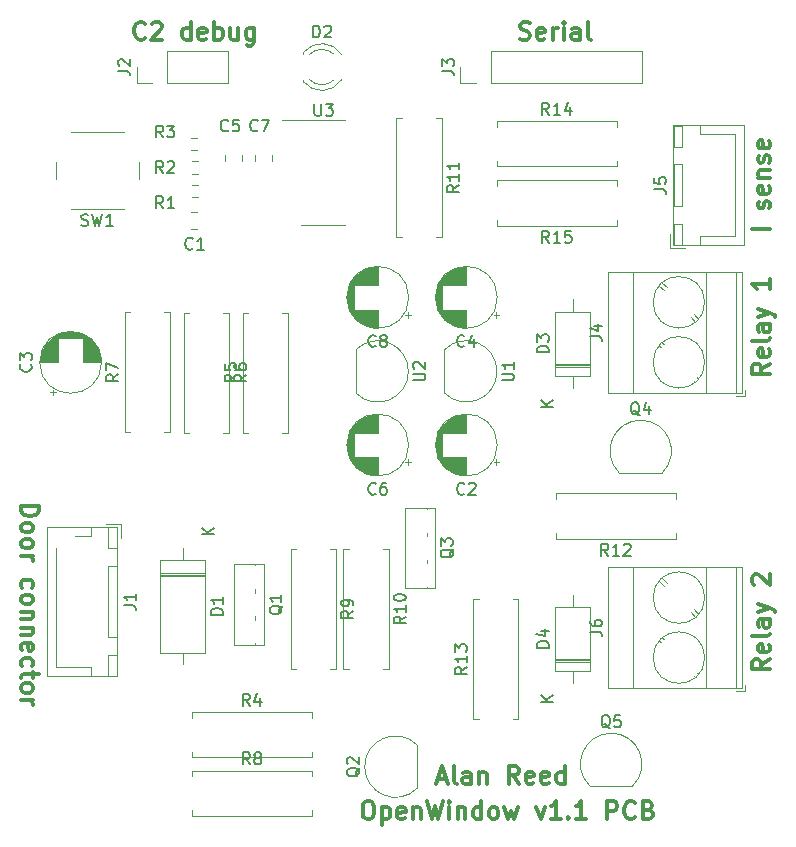
<source format=gbr>
%TF.GenerationSoftware,KiCad,Pcbnew,5.1.9*%
%TF.CreationDate,2021-01-28T19:46:00+00:00*%
%TF.ProjectId,OpenWindow_PCB,4f70656e-5769-46e6-946f-775f5043422e,rev?*%
%TF.SameCoordinates,Original*%
%TF.FileFunction,Legend,Top*%
%TF.FilePolarity,Positive*%
%FSLAX46Y46*%
G04 Gerber Fmt 4.6, Leading zero omitted, Abs format (unit mm)*
G04 Created by KiCad (PCBNEW 5.1.9) date 2021-01-28 19:46:00*
%MOMM*%
%LPD*%
G01*
G04 APERTURE LIST*
%ADD10C,0.300000*%
%ADD11C,0.120000*%
%ADD12C,0.150000*%
G04 APERTURE END LIST*
D10*
X86107142Y-95250000D02*
X86821428Y-95250000D01*
X85964285Y-95678571D02*
X86464285Y-94178571D01*
X86964285Y-95678571D01*
X87678571Y-95678571D02*
X87535714Y-95607142D01*
X87464285Y-95464285D01*
X87464285Y-94178571D01*
X88892857Y-95678571D02*
X88892857Y-94892857D01*
X88821428Y-94750000D01*
X88678571Y-94678571D01*
X88392857Y-94678571D01*
X88250000Y-94750000D01*
X88892857Y-95607142D02*
X88750000Y-95678571D01*
X88392857Y-95678571D01*
X88250000Y-95607142D01*
X88178571Y-95464285D01*
X88178571Y-95321428D01*
X88250000Y-95178571D01*
X88392857Y-95107142D01*
X88750000Y-95107142D01*
X88892857Y-95035714D01*
X89607142Y-94678571D02*
X89607142Y-95678571D01*
X89607142Y-94821428D02*
X89678571Y-94750000D01*
X89821428Y-94678571D01*
X90035714Y-94678571D01*
X90178571Y-94750000D01*
X90250000Y-94892857D01*
X90250000Y-95678571D01*
X92964285Y-95678571D02*
X92464285Y-94964285D01*
X92107142Y-95678571D02*
X92107142Y-94178571D01*
X92678571Y-94178571D01*
X92821428Y-94250000D01*
X92892857Y-94321428D01*
X92964285Y-94464285D01*
X92964285Y-94678571D01*
X92892857Y-94821428D01*
X92821428Y-94892857D01*
X92678571Y-94964285D01*
X92107142Y-94964285D01*
X94178571Y-95607142D02*
X94035714Y-95678571D01*
X93750000Y-95678571D01*
X93607142Y-95607142D01*
X93535714Y-95464285D01*
X93535714Y-94892857D01*
X93607142Y-94750000D01*
X93750000Y-94678571D01*
X94035714Y-94678571D01*
X94178571Y-94750000D01*
X94250000Y-94892857D01*
X94250000Y-95035714D01*
X93535714Y-95178571D01*
X95464285Y-95607142D02*
X95321428Y-95678571D01*
X95035714Y-95678571D01*
X94892857Y-95607142D01*
X94821428Y-95464285D01*
X94821428Y-94892857D01*
X94892857Y-94750000D01*
X95035714Y-94678571D01*
X95321428Y-94678571D01*
X95464285Y-94750000D01*
X95535714Y-94892857D01*
X95535714Y-95035714D01*
X94821428Y-95178571D01*
X96821428Y-95678571D02*
X96821428Y-94178571D01*
X96821428Y-95607142D02*
X96678571Y-95678571D01*
X96392857Y-95678571D01*
X96250000Y-95607142D01*
X96178571Y-95535714D01*
X96107142Y-95392857D01*
X96107142Y-94964285D01*
X96178571Y-94821428D01*
X96250000Y-94750000D01*
X96392857Y-94678571D01*
X96678571Y-94678571D01*
X96821428Y-94750000D01*
X80071428Y-97178571D02*
X80357142Y-97178571D01*
X80500000Y-97250000D01*
X80642857Y-97392857D01*
X80714285Y-97678571D01*
X80714285Y-98178571D01*
X80642857Y-98464285D01*
X80500000Y-98607142D01*
X80357142Y-98678571D01*
X80071428Y-98678571D01*
X79928571Y-98607142D01*
X79785714Y-98464285D01*
X79714285Y-98178571D01*
X79714285Y-97678571D01*
X79785714Y-97392857D01*
X79928571Y-97250000D01*
X80071428Y-97178571D01*
X81357142Y-97678571D02*
X81357142Y-99178571D01*
X81357142Y-97750000D02*
X81500000Y-97678571D01*
X81785714Y-97678571D01*
X81928571Y-97750000D01*
X82000000Y-97821428D01*
X82071428Y-97964285D01*
X82071428Y-98392857D01*
X82000000Y-98535714D01*
X81928571Y-98607142D01*
X81785714Y-98678571D01*
X81500000Y-98678571D01*
X81357142Y-98607142D01*
X83285714Y-98607142D02*
X83142857Y-98678571D01*
X82857142Y-98678571D01*
X82714285Y-98607142D01*
X82642857Y-98464285D01*
X82642857Y-97892857D01*
X82714285Y-97750000D01*
X82857142Y-97678571D01*
X83142857Y-97678571D01*
X83285714Y-97750000D01*
X83357142Y-97892857D01*
X83357142Y-98035714D01*
X82642857Y-98178571D01*
X84000000Y-97678571D02*
X84000000Y-98678571D01*
X84000000Y-97821428D02*
X84071428Y-97750000D01*
X84214285Y-97678571D01*
X84428571Y-97678571D01*
X84571428Y-97750000D01*
X84642857Y-97892857D01*
X84642857Y-98678571D01*
X85214285Y-97178571D02*
X85571428Y-98678571D01*
X85857142Y-97607142D01*
X86142857Y-98678571D01*
X86500000Y-97178571D01*
X87071428Y-98678571D02*
X87071428Y-97678571D01*
X87071428Y-97178571D02*
X87000000Y-97250000D01*
X87071428Y-97321428D01*
X87142857Y-97250000D01*
X87071428Y-97178571D01*
X87071428Y-97321428D01*
X87785714Y-97678571D02*
X87785714Y-98678571D01*
X87785714Y-97821428D02*
X87857142Y-97750000D01*
X88000000Y-97678571D01*
X88214285Y-97678571D01*
X88357142Y-97750000D01*
X88428571Y-97892857D01*
X88428571Y-98678571D01*
X89785714Y-98678571D02*
X89785714Y-97178571D01*
X89785714Y-98607142D02*
X89642857Y-98678571D01*
X89357142Y-98678571D01*
X89214285Y-98607142D01*
X89142857Y-98535714D01*
X89071428Y-98392857D01*
X89071428Y-97964285D01*
X89142857Y-97821428D01*
X89214285Y-97750000D01*
X89357142Y-97678571D01*
X89642857Y-97678571D01*
X89785714Y-97750000D01*
X90714285Y-98678571D02*
X90571428Y-98607142D01*
X90500000Y-98535714D01*
X90428571Y-98392857D01*
X90428571Y-97964285D01*
X90500000Y-97821428D01*
X90571428Y-97750000D01*
X90714285Y-97678571D01*
X90928571Y-97678571D01*
X91071428Y-97750000D01*
X91142857Y-97821428D01*
X91214285Y-97964285D01*
X91214285Y-98392857D01*
X91142857Y-98535714D01*
X91071428Y-98607142D01*
X90928571Y-98678571D01*
X90714285Y-98678571D01*
X91714285Y-97678571D02*
X92000000Y-98678571D01*
X92285714Y-97964285D01*
X92571428Y-98678571D01*
X92857142Y-97678571D01*
X94428571Y-97678571D02*
X94785714Y-98678571D01*
X95142857Y-97678571D01*
X96500000Y-98678571D02*
X95642857Y-98678571D01*
X96071428Y-98678571D02*
X96071428Y-97178571D01*
X95928571Y-97392857D01*
X95785714Y-97535714D01*
X95642857Y-97607142D01*
X97142857Y-98535714D02*
X97214285Y-98607142D01*
X97142857Y-98678571D01*
X97071428Y-98607142D01*
X97142857Y-98535714D01*
X97142857Y-98678571D01*
X98642857Y-98678571D02*
X97785714Y-98678571D01*
X98214285Y-98678571D02*
X98214285Y-97178571D01*
X98071428Y-97392857D01*
X97928571Y-97535714D01*
X97785714Y-97607142D01*
X100428571Y-98678571D02*
X100428571Y-97178571D01*
X101000000Y-97178571D01*
X101142857Y-97250000D01*
X101214285Y-97321428D01*
X101285714Y-97464285D01*
X101285714Y-97678571D01*
X101214285Y-97821428D01*
X101142857Y-97892857D01*
X101000000Y-97964285D01*
X100428571Y-97964285D01*
X102785714Y-98535714D02*
X102714285Y-98607142D01*
X102500000Y-98678571D01*
X102357142Y-98678571D01*
X102142857Y-98607142D01*
X102000000Y-98464285D01*
X101928571Y-98321428D01*
X101857142Y-98035714D01*
X101857142Y-97821428D01*
X101928571Y-97535714D01*
X102000000Y-97392857D01*
X102142857Y-97250000D01*
X102357142Y-97178571D01*
X102500000Y-97178571D01*
X102714285Y-97250000D01*
X102785714Y-97321428D01*
X103928571Y-97892857D02*
X104142857Y-97964285D01*
X104214285Y-98035714D01*
X104285714Y-98178571D01*
X104285714Y-98392857D01*
X104214285Y-98535714D01*
X104142857Y-98607142D01*
X104000000Y-98678571D01*
X103428571Y-98678571D01*
X103428571Y-97178571D01*
X103928571Y-97178571D01*
X104071428Y-97250000D01*
X104142857Y-97321428D01*
X104214285Y-97464285D01*
X104214285Y-97607142D01*
X104142857Y-97750000D01*
X104071428Y-97821428D01*
X103928571Y-97892857D01*
X103428571Y-97892857D01*
X114178571Y-85107142D02*
X113464285Y-85607142D01*
X114178571Y-85964285D02*
X112678571Y-85964285D01*
X112678571Y-85392857D01*
X112750000Y-85250000D01*
X112821428Y-85178571D01*
X112964285Y-85107142D01*
X113178571Y-85107142D01*
X113321428Y-85178571D01*
X113392857Y-85250000D01*
X113464285Y-85392857D01*
X113464285Y-85964285D01*
X114107142Y-83892857D02*
X114178571Y-84035714D01*
X114178571Y-84321428D01*
X114107142Y-84464285D01*
X113964285Y-84535714D01*
X113392857Y-84535714D01*
X113250000Y-84464285D01*
X113178571Y-84321428D01*
X113178571Y-84035714D01*
X113250000Y-83892857D01*
X113392857Y-83821428D01*
X113535714Y-83821428D01*
X113678571Y-84535714D01*
X114178571Y-82964285D02*
X114107142Y-83107142D01*
X113964285Y-83178571D01*
X112678571Y-83178571D01*
X114178571Y-81750000D02*
X113392857Y-81750000D01*
X113250000Y-81821428D01*
X113178571Y-81964285D01*
X113178571Y-82250000D01*
X113250000Y-82392857D01*
X114107142Y-81750000D02*
X114178571Y-81892857D01*
X114178571Y-82250000D01*
X114107142Y-82392857D01*
X113964285Y-82464285D01*
X113821428Y-82464285D01*
X113678571Y-82392857D01*
X113607142Y-82250000D01*
X113607142Y-81892857D01*
X113535714Y-81750000D01*
X113178571Y-81178571D02*
X114178571Y-80821428D01*
X113178571Y-80464285D02*
X114178571Y-80821428D01*
X114535714Y-80964285D01*
X114607142Y-81035714D01*
X114678571Y-81178571D01*
X112821428Y-78821428D02*
X112750000Y-78750000D01*
X112678571Y-78607142D01*
X112678571Y-78250000D01*
X112750000Y-78107142D01*
X112821428Y-78035714D01*
X112964285Y-77964285D01*
X113107142Y-77964285D01*
X113321428Y-78035714D01*
X114178571Y-78892857D01*
X114178571Y-77964285D01*
X114178571Y-60107142D02*
X113464285Y-60607142D01*
X114178571Y-60964285D02*
X112678571Y-60964285D01*
X112678571Y-60392857D01*
X112750000Y-60250000D01*
X112821428Y-60178571D01*
X112964285Y-60107142D01*
X113178571Y-60107142D01*
X113321428Y-60178571D01*
X113392857Y-60250000D01*
X113464285Y-60392857D01*
X113464285Y-60964285D01*
X114107142Y-58892857D02*
X114178571Y-59035714D01*
X114178571Y-59321428D01*
X114107142Y-59464285D01*
X113964285Y-59535714D01*
X113392857Y-59535714D01*
X113250000Y-59464285D01*
X113178571Y-59321428D01*
X113178571Y-59035714D01*
X113250000Y-58892857D01*
X113392857Y-58821428D01*
X113535714Y-58821428D01*
X113678571Y-59535714D01*
X114178571Y-57964285D02*
X114107142Y-58107142D01*
X113964285Y-58178571D01*
X112678571Y-58178571D01*
X114178571Y-56750000D02*
X113392857Y-56750000D01*
X113250000Y-56821428D01*
X113178571Y-56964285D01*
X113178571Y-57250000D01*
X113250000Y-57392857D01*
X114107142Y-56750000D02*
X114178571Y-56892857D01*
X114178571Y-57250000D01*
X114107142Y-57392857D01*
X113964285Y-57464285D01*
X113821428Y-57464285D01*
X113678571Y-57392857D01*
X113607142Y-57250000D01*
X113607142Y-56892857D01*
X113535714Y-56750000D01*
X113178571Y-56178571D02*
X114178571Y-55821428D01*
X113178571Y-55464285D02*
X114178571Y-55821428D01*
X114535714Y-55964285D01*
X114607142Y-56035714D01*
X114678571Y-56178571D01*
X114178571Y-52964285D02*
X114178571Y-53821428D01*
X114178571Y-53392857D02*
X112678571Y-53392857D01*
X112892857Y-53535714D01*
X113035714Y-53678571D01*
X113107142Y-53821428D01*
X114178571Y-48750000D02*
X112678571Y-48750000D01*
X114107142Y-46964285D02*
X114178571Y-46821428D01*
X114178571Y-46535714D01*
X114107142Y-46392857D01*
X113964285Y-46321428D01*
X113892857Y-46321428D01*
X113750000Y-46392857D01*
X113678571Y-46535714D01*
X113678571Y-46750000D01*
X113607142Y-46892857D01*
X113464285Y-46964285D01*
X113392857Y-46964285D01*
X113250000Y-46892857D01*
X113178571Y-46750000D01*
X113178571Y-46535714D01*
X113250000Y-46392857D01*
X114107142Y-45107142D02*
X114178571Y-45250000D01*
X114178571Y-45535714D01*
X114107142Y-45678571D01*
X113964285Y-45750000D01*
X113392857Y-45750000D01*
X113250000Y-45678571D01*
X113178571Y-45535714D01*
X113178571Y-45250000D01*
X113250000Y-45107142D01*
X113392857Y-45035714D01*
X113535714Y-45035714D01*
X113678571Y-45750000D01*
X113178571Y-44392857D02*
X114178571Y-44392857D01*
X113321428Y-44392857D02*
X113250000Y-44321428D01*
X113178571Y-44178571D01*
X113178571Y-43964285D01*
X113250000Y-43821428D01*
X113392857Y-43750000D01*
X114178571Y-43750000D01*
X114107142Y-43107142D02*
X114178571Y-42964285D01*
X114178571Y-42678571D01*
X114107142Y-42535714D01*
X113964285Y-42464285D01*
X113892857Y-42464285D01*
X113750000Y-42535714D01*
X113678571Y-42678571D01*
X113678571Y-42892857D01*
X113607142Y-43035714D01*
X113464285Y-43107142D01*
X113392857Y-43107142D01*
X113250000Y-43035714D01*
X113178571Y-42892857D01*
X113178571Y-42678571D01*
X113250000Y-42535714D01*
X114107142Y-41250000D02*
X114178571Y-41392857D01*
X114178571Y-41678571D01*
X114107142Y-41821428D01*
X113964285Y-41892857D01*
X113392857Y-41892857D01*
X113250000Y-41821428D01*
X113178571Y-41678571D01*
X113178571Y-41392857D01*
X113250000Y-41250000D01*
X113392857Y-41178571D01*
X113535714Y-41178571D01*
X113678571Y-41892857D01*
X93035714Y-32607142D02*
X93250000Y-32678571D01*
X93607142Y-32678571D01*
X93750000Y-32607142D01*
X93821428Y-32535714D01*
X93892857Y-32392857D01*
X93892857Y-32250000D01*
X93821428Y-32107142D01*
X93750000Y-32035714D01*
X93607142Y-31964285D01*
X93321428Y-31892857D01*
X93178571Y-31821428D01*
X93107142Y-31750000D01*
X93035714Y-31607142D01*
X93035714Y-31464285D01*
X93107142Y-31321428D01*
X93178571Y-31250000D01*
X93321428Y-31178571D01*
X93678571Y-31178571D01*
X93892857Y-31250000D01*
X95107142Y-32607142D02*
X94964285Y-32678571D01*
X94678571Y-32678571D01*
X94535714Y-32607142D01*
X94464285Y-32464285D01*
X94464285Y-31892857D01*
X94535714Y-31750000D01*
X94678571Y-31678571D01*
X94964285Y-31678571D01*
X95107142Y-31750000D01*
X95178571Y-31892857D01*
X95178571Y-32035714D01*
X94464285Y-32178571D01*
X95821428Y-32678571D02*
X95821428Y-31678571D01*
X95821428Y-31964285D02*
X95892857Y-31821428D01*
X95964285Y-31750000D01*
X96107142Y-31678571D01*
X96250000Y-31678571D01*
X96750000Y-32678571D02*
X96750000Y-31678571D01*
X96750000Y-31178571D02*
X96678571Y-31250000D01*
X96750000Y-31321428D01*
X96821428Y-31250000D01*
X96750000Y-31178571D01*
X96750000Y-31321428D01*
X98107142Y-32678571D02*
X98107142Y-31892857D01*
X98035714Y-31750000D01*
X97892857Y-31678571D01*
X97607142Y-31678571D01*
X97464285Y-31750000D01*
X98107142Y-32607142D02*
X97964285Y-32678571D01*
X97607142Y-32678571D01*
X97464285Y-32607142D01*
X97392857Y-32464285D01*
X97392857Y-32321428D01*
X97464285Y-32178571D01*
X97607142Y-32107142D01*
X97964285Y-32107142D01*
X98107142Y-32035714D01*
X99035714Y-32678571D02*
X98892857Y-32607142D01*
X98821428Y-32464285D01*
X98821428Y-31178571D01*
X61321428Y-32535714D02*
X61250000Y-32607142D01*
X61035714Y-32678571D01*
X60892857Y-32678571D01*
X60678571Y-32607142D01*
X60535714Y-32464285D01*
X60464285Y-32321428D01*
X60392857Y-32035714D01*
X60392857Y-31821428D01*
X60464285Y-31535714D01*
X60535714Y-31392857D01*
X60678571Y-31250000D01*
X60892857Y-31178571D01*
X61035714Y-31178571D01*
X61250000Y-31250000D01*
X61321428Y-31321428D01*
X61892857Y-31321428D02*
X61964285Y-31250000D01*
X62107142Y-31178571D01*
X62464285Y-31178571D01*
X62607142Y-31250000D01*
X62678571Y-31321428D01*
X62750000Y-31464285D01*
X62750000Y-31607142D01*
X62678571Y-31821428D01*
X61821428Y-32678571D01*
X62750000Y-32678571D01*
X65178571Y-32678571D02*
X65178571Y-31178571D01*
X65178571Y-32607142D02*
X65035714Y-32678571D01*
X64750000Y-32678571D01*
X64607142Y-32607142D01*
X64535714Y-32535714D01*
X64464285Y-32392857D01*
X64464285Y-31964285D01*
X64535714Y-31821428D01*
X64607142Y-31750000D01*
X64750000Y-31678571D01*
X65035714Y-31678571D01*
X65178571Y-31750000D01*
X66464285Y-32607142D02*
X66321428Y-32678571D01*
X66035714Y-32678571D01*
X65892857Y-32607142D01*
X65821428Y-32464285D01*
X65821428Y-31892857D01*
X65892857Y-31750000D01*
X66035714Y-31678571D01*
X66321428Y-31678571D01*
X66464285Y-31750000D01*
X66535714Y-31892857D01*
X66535714Y-32035714D01*
X65821428Y-32178571D01*
X67178571Y-32678571D02*
X67178571Y-31178571D01*
X67178571Y-31750000D02*
X67321428Y-31678571D01*
X67607142Y-31678571D01*
X67750000Y-31750000D01*
X67821428Y-31821428D01*
X67892857Y-31964285D01*
X67892857Y-32392857D01*
X67821428Y-32535714D01*
X67750000Y-32607142D01*
X67607142Y-32678571D01*
X67321428Y-32678571D01*
X67178571Y-32607142D01*
X69178571Y-31678571D02*
X69178571Y-32678571D01*
X68535714Y-31678571D02*
X68535714Y-32464285D01*
X68607142Y-32607142D01*
X68750000Y-32678571D01*
X68964285Y-32678571D01*
X69107142Y-32607142D01*
X69178571Y-32535714D01*
X70535714Y-31678571D02*
X70535714Y-32892857D01*
X70464285Y-33035714D01*
X70392857Y-33107142D01*
X70250000Y-33178571D01*
X70035714Y-33178571D01*
X69892857Y-33107142D01*
X70535714Y-32607142D02*
X70392857Y-32678571D01*
X70107142Y-32678571D01*
X69964285Y-32607142D01*
X69892857Y-32535714D01*
X69821428Y-32392857D01*
X69821428Y-31964285D01*
X69892857Y-31821428D01*
X69964285Y-31750000D01*
X70107142Y-31678571D01*
X70392857Y-31678571D01*
X70535714Y-31750000D01*
X50821428Y-72178571D02*
X52321428Y-72178571D01*
X52321428Y-72535714D01*
X52250000Y-72750000D01*
X52107142Y-72892857D01*
X51964285Y-72964285D01*
X51678571Y-73035714D01*
X51464285Y-73035714D01*
X51178571Y-72964285D01*
X51035714Y-72892857D01*
X50892857Y-72750000D01*
X50821428Y-72535714D01*
X50821428Y-72178571D01*
X50821428Y-73892857D02*
X50892857Y-73750000D01*
X50964285Y-73678571D01*
X51107142Y-73607142D01*
X51535714Y-73607142D01*
X51678571Y-73678571D01*
X51750000Y-73750000D01*
X51821428Y-73892857D01*
X51821428Y-74107142D01*
X51750000Y-74250000D01*
X51678571Y-74321428D01*
X51535714Y-74392857D01*
X51107142Y-74392857D01*
X50964285Y-74321428D01*
X50892857Y-74250000D01*
X50821428Y-74107142D01*
X50821428Y-73892857D01*
X50821428Y-75250000D02*
X50892857Y-75107142D01*
X50964285Y-75035714D01*
X51107142Y-74964285D01*
X51535714Y-74964285D01*
X51678571Y-75035714D01*
X51750000Y-75107142D01*
X51821428Y-75250000D01*
X51821428Y-75464285D01*
X51750000Y-75607142D01*
X51678571Y-75678571D01*
X51535714Y-75750000D01*
X51107142Y-75750000D01*
X50964285Y-75678571D01*
X50892857Y-75607142D01*
X50821428Y-75464285D01*
X50821428Y-75250000D01*
X50821428Y-76392857D02*
X51821428Y-76392857D01*
X51535714Y-76392857D02*
X51678571Y-76464285D01*
X51750000Y-76535714D01*
X51821428Y-76678571D01*
X51821428Y-76821428D01*
X50892857Y-79107142D02*
X50821428Y-78964285D01*
X50821428Y-78678571D01*
X50892857Y-78535714D01*
X50964285Y-78464285D01*
X51107142Y-78392857D01*
X51535714Y-78392857D01*
X51678571Y-78464285D01*
X51750000Y-78535714D01*
X51821428Y-78678571D01*
X51821428Y-78964285D01*
X51750000Y-79107142D01*
X50821428Y-79964285D02*
X50892857Y-79821428D01*
X50964285Y-79749999D01*
X51107142Y-79678571D01*
X51535714Y-79678571D01*
X51678571Y-79750000D01*
X51750000Y-79821428D01*
X51821428Y-79964285D01*
X51821428Y-80178571D01*
X51750000Y-80321428D01*
X51678571Y-80392857D01*
X51535714Y-80464285D01*
X51107142Y-80464285D01*
X50964285Y-80392857D01*
X50892857Y-80321428D01*
X50821428Y-80178571D01*
X50821428Y-79964285D01*
X51821428Y-81107142D02*
X50821428Y-81107142D01*
X51678571Y-81107142D02*
X51750000Y-81178571D01*
X51821428Y-81321428D01*
X51821428Y-81535714D01*
X51750000Y-81678571D01*
X51607142Y-81750000D01*
X50821428Y-81749999D01*
X51821428Y-82464285D02*
X50821428Y-82464285D01*
X51678571Y-82464285D02*
X51750000Y-82535714D01*
X51821428Y-82678571D01*
X51821428Y-82892857D01*
X51750000Y-83035714D01*
X51607142Y-83107142D01*
X50821428Y-83107142D01*
X50892857Y-84392857D02*
X50821428Y-84250000D01*
X50821428Y-83964285D01*
X50892857Y-83821428D01*
X51035714Y-83750000D01*
X51607142Y-83750000D01*
X51750000Y-83821428D01*
X51821428Y-83964285D01*
X51821428Y-84250000D01*
X51750000Y-84392857D01*
X51607142Y-84464285D01*
X51464285Y-84464285D01*
X51321428Y-83750000D01*
X50892857Y-85750000D02*
X50821428Y-85607142D01*
X50821428Y-85321428D01*
X50892857Y-85178571D01*
X50964285Y-85107142D01*
X51107142Y-85035714D01*
X51535714Y-85035714D01*
X51678571Y-85107142D01*
X51750000Y-85178571D01*
X51821428Y-85321428D01*
X51821428Y-85607142D01*
X51750000Y-85750000D01*
X51821428Y-86178571D02*
X51821428Y-86750000D01*
X52321428Y-86392857D02*
X51035714Y-86392857D01*
X50892857Y-86464285D01*
X50821428Y-86607142D01*
X50821428Y-86750000D01*
X50821428Y-87464285D02*
X50892857Y-87321428D01*
X50964285Y-87250000D01*
X51107142Y-87178571D01*
X51535714Y-87178571D01*
X51678571Y-87250000D01*
X51750000Y-87321428D01*
X51821428Y-87464285D01*
X51821428Y-87678571D01*
X51750000Y-87821428D01*
X51678571Y-87892857D01*
X51535714Y-87964285D01*
X51107142Y-87964285D01*
X50964285Y-87892857D01*
X50892857Y-87821428D01*
X50821428Y-87678571D01*
X50821428Y-87464285D01*
X50821428Y-88607142D02*
X51821428Y-88607142D01*
X51535714Y-88607142D02*
X51678571Y-88678571D01*
X51750000Y-88750000D01*
X51821428Y-88892857D01*
X51821428Y-89035714D01*
D11*
%TO.C,J4*%
X108680000Y-60000000D02*
G75*
G03*
X108680000Y-60000000I-2180000J0D01*
G01*
X108680000Y-54920000D02*
G75*
G03*
X108680000Y-54920000I-2180000J0D01*
G01*
X111300000Y-62600000D02*
X111300000Y-52320000D01*
X108800000Y-62600000D02*
X108800000Y-52320000D01*
X102600000Y-62600000D02*
X102600000Y-52320000D01*
X100540000Y-62600000D02*
X100540000Y-52320000D01*
X111860000Y-62600000D02*
X111860000Y-52320000D01*
X100540000Y-62600000D02*
X111860000Y-62600000D01*
X100540000Y-52320000D02*
X111860000Y-52320000D01*
X105112000Y-58346000D02*
X105219000Y-58453000D01*
X108047000Y-61282000D02*
X108154000Y-61388000D01*
X104846000Y-58612000D02*
X104953000Y-58719000D01*
X107781000Y-61548000D02*
X107888000Y-61654000D01*
X105112000Y-53266000D02*
X105508000Y-53661000D01*
X107774000Y-55927000D02*
X108154000Y-56307000D01*
X104846000Y-53532000D02*
X105226000Y-53912000D01*
X107492000Y-56178000D02*
X107888000Y-56573000D01*
X111360000Y-62840000D02*
X112100000Y-62840000D01*
X112100000Y-62840000D02*
X112100000Y-62340000D01*
%TO.C,C7*%
X70585000Y-42948752D02*
X70585000Y-42426248D01*
X72055000Y-42948752D02*
X72055000Y-42426248D01*
%TO.C,U3*%
X74545700Y-48395000D02*
X78254300Y-48395000D01*
X72875000Y-39445000D02*
X78258600Y-39445000D01*
%TO.C,U1*%
X86650000Y-58970000D02*
X86650000Y-62570000D01*
X86661522Y-58931522D02*
G75*
G02*
X91100000Y-60770000I1838478J-1838478D01*
G01*
X86661522Y-62608478D02*
G75*
G03*
X91100000Y-60770000I1838478J1838478D01*
G01*
%TO.C,C1*%
X65201248Y-47265000D02*
X65723752Y-47265000D01*
X65201248Y-48735000D02*
X65723752Y-48735000D01*
%TO.C,C2*%
X91120000Y-67000000D02*
G75*
G03*
X91120000Y-67000000I-2620000J0D01*
G01*
X88500000Y-65960000D02*
X88500000Y-64420000D01*
X88500000Y-69580000D02*
X88500000Y-68040000D01*
X88460000Y-65960000D02*
X88460000Y-64420000D01*
X88460000Y-69580000D02*
X88460000Y-68040000D01*
X88420000Y-69579000D02*
X88420000Y-68040000D01*
X88420000Y-65960000D02*
X88420000Y-64421000D01*
X88380000Y-69578000D02*
X88380000Y-68040000D01*
X88380000Y-65960000D02*
X88380000Y-64422000D01*
X88340000Y-69576000D02*
X88340000Y-68040000D01*
X88340000Y-65960000D02*
X88340000Y-64424000D01*
X88300000Y-69573000D02*
X88300000Y-68040000D01*
X88300000Y-65960000D02*
X88300000Y-64427000D01*
X88260000Y-69569000D02*
X88260000Y-68040000D01*
X88260000Y-65960000D02*
X88260000Y-64431000D01*
X88220000Y-69565000D02*
X88220000Y-68040000D01*
X88220000Y-65960000D02*
X88220000Y-64435000D01*
X88180000Y-69561000D02*
X88180000Y-68040000D01*
X88180000Y-65960000D02*
X88180000Y-64439000D01*
X88140000Y-69556000D02*
X88140000Y-68040000D01*
X88140000Y-65960000D02*
X88140000Y-64444000D01*
X88100000Y-69550000D02*
X88100000Y-68040000D01*
X88100000Y-65960000D02*
X88100000Y-64450000D01*
X88060000Y-69543000D02*
X88060000Y-68040000D01*
X88060000Y-65960000D02*
X88060000Y-64457000D01*
X88020000Y-69536000D02*
X88020000Y-68040000D01*
X88020000Y-65960000D02*
X88020000Y-64464000D01*
X87980000Y-69528000D02*
X87980000Y-68040000D01*
X87980000Y-65960000D02*
X87980000Y-64472000D01*
X87940000Y-69520000D02*
X87940000Y-68040000D01*
X87940000Y-65960000D02*
X87940000Y-64480000D01*
X87900000Y-69511000D02*
X87900000Y-68040000D01*
X87900000Y-65960000D02*
X87900000Y-64489000D01*
X87860000Y-69501000D02*
X87860000Y-68040000D01*
X87860000Y-65960000D02*
X87860000Y-64499000D01*
X87820000Y-69491000D02*
X87820000Y-68040000D01*
X87820000Y-65960000D02*
X87820000Y-64509000D01*
X87779000Y-69480000D02*
X87779000Y-68040000D01*
X87779000Y-65960000D02*
X87779000Y-64520000D01*
X87739000Y-69468000D02*
X87739000Y-68040000D01*
X87739000Y-65960000D02*
X87739000Y-64532000D01*
X87699000Y-69455000D02*
X87699000Y-68040000D01*
X87699000Y-65960000D02*
X87699000Y-64545000D01*
X87659000Y-69442000D02*
X87659000Y-68040000D01*
X87659000Y-65960000D02*
X87659000Y-64558000D01*
X87619000Y-69428000D02*
X87619000Y-68040000D01*
X87619000Y-65960000D02*
X87619000Y-64572000D01*
X87579000Y-69414000D02*
X87579000Y-68040000D01*
X87579000Y-65960000D02*
X87579000Y-64586000D01*
X87539000Y-69398000D02*
X87539000Y-68040000D01*
X87539000Y-65960000D02*
X87539000Y-64602000D01*
X87499000Y-69382000D02*
X87499000Y-68040000D01*
X87499000Y-65960000D02*
X87499000Y-64618000D01*
X87459000Y-69365000D02*
X87459000Y-68040000D01*
X87459000Y-65960000D02*
X87459000Y-64635000D01*
X87419000Y-69348000D02*
X87419000Y-68040000D01*
X87419000Y-65960000D02*
X87419000Y-64652000D01*
X87379000Y-69329000D02*
X87379000Y-68040000D01*
X87379000Y-65960000D02*
X87379000Y-64671000D01*
X87339000Y-69310000D02*
X87339000Y-68040000D01*
X87339000Y-65960000D02*
X87339000Y-64690000D01*
X87299000Y-69290000D02*
X87299000Y-68040000D01*
X87299000Y-65960000D02*
X87299000Y-64710000D01*
X87259000Y-69268000D02*
X87259000Y-68040000D01*
X87259000Y-65960000D02*
X87259000Y-64732000D01*
X87219000Y-69247000D02*
X87219000Y-68040000D01*
X87219000Y-65960000D02*
X87219000Y-64753000D01*
X87179000Y-69224000D02*
X87179000Y-68040000D01*
X87179000Y-65960000D02*
X87179000Y-64776000D01*
X87139000Y-69200000D02*
X87139000Y-68040000D01*
X87139000Y-65960000D02*
X87139000Y-64800000D01*
X87099000Y-69175000D02*
X87099000Y-68040000D01*
X87099000Y-65960000D02*
X87099000Y-64825000D01*
X87059000Y-69149000D02*
X87059000Y-68040000D01*
X87059000Y-65960000D02*
X87059000Y-64851000D01*
X87019000Y-69122000D02*
X87019000Y-68040000D01*
X87019000Y-65960000D02*
X87019000Y-64878000D01*
X86979000Y-69095000D02*
X86979000Y-68040000D01*
X86979000Y-65960000D02*
X86979000Y-64905000D01*
X86939000Y-69065000D02*
X86939000Y-68040000D01*
X86939000Y-65960000D02*
X86939000Y-64935000D01*
X86899000Y-69035000D02*
X86899000Y-68040000D01*
X86899000Y-65960000D02*
X86899000Y-64965000D01*
X86859000Y-69004000D02*
X86859000Y-68040000D01*
X86859000Y-65960000D02*
X86859000Y-64996000D01*
X86819000Y-68971000D02*
X86819000Y-68040000D01*
X86819000Y-65960000D02*
X86819000Y-65029000D01*
X86779000Y-68937000D02*
X86779000Y-68040000D01*
X86779000Y-65960000D02*
X86779000Y-65063000D01*
X86739000Y-68901000D02*
X86739000Y-68040000D01*
X86739000Y-65960000D02*
X86739000Y-65099000D01*
X86699000Y-68864000D02*
X86699000Y-68040000D01*
X86699000Y-65960000D02*
X86699000Y-65136000D01*
X86659000Y-68826000D02*
X86659000Y-68040000D01*
X86659000Y-65960000D02*
X86659000Y-65174000D01*
X86619000Y-68785000D02*
X86619000Y-68040000D01*
X86619000Y-65960000D02*
X86619000Y-65215000D01*
X86579000Y-68743000D02*
X86579000Y-68040000D01*
X86579000Y-65960000D02*
X86579000Y-65257000D01*
X86539000Y-68699000D02*
X86539000Y-68040000D01*
X86539000Y-65960000D02*
X86539000Y-65301000D01*
X86499000Y-68653000D02*
X86499000Y-68040000D01*
X86499000Y-65960000D02*
X86499000Y-65347000D01*
X86459000Y-68605000D02*
X86459000Y-65395000D01*
X86419000Y-68554000D02*
X86419000Y-65446000D01*
X86379000Y-68500000D02*
X86379000Y-65500000D01*
X86339000Y-68443000D02*
X86339000Y-65557000D01*
X86299000Y-68383000D02*
X86299000Y-65617000D01*
X86259000Y-68319000D02*
X86259000Y-65681000D01*
X86219000Y-68251000D02*
X86219000Y-65749000D01*
X86179000Y-68178000D02*
X86179000Y-65822000D01*
X86139000Y-68098000D02*
X86139000Y-65902000D01*
X86099000Y-68011000D02*
X86099000Y-65989000D01*
X86059000Y-67915000D02*
X86059000Y-66085000D01*
X86019000Y-67805000D02*
X86019000Y-66195000D01*
X85979000Y-67677000D02*
X85979000Y-66323000D01*
X85939000Y-67518000D02*
X85939000Y-66482000D01*
X85899000Y-67284000D02*
X85899000Y-66716000D01*
X91304775Y-68475000D02*
X90804775Y-68475000D01*
X91054775Y-68725000D02*
X91054775Y-68225000D01*
%TO.C,C3*%
X57620000Y-60000000D02*
G75*
G03*
X57620000Y-60000000I-2620000J0D01*
G01*
X56040000Y-60000000D02*
X57580000Y-60000000D01*
X52420000Y-60000000D02*
X53960000Y-60000000D01*
X56040000Y-59960000D02*
X57580000Y-59960000D01*
X52420000Y-59960000D02*
X53960000Y-59960000D01*
X52421000Y-59920000D02*
X53960000Y-59920000D01*
X56040000Y-59920000D02*
X57579000Y-59920000D01*
X52422000Y-59880000D02*
X53960000Y-59880000D01*
X56040000Y-59880000D02*
X57578000Y-59880000D01*
X52424000Y-59840000D02*
X53960000Y-59840000D01*
X56040000Y-59840000D02*
X57576000Y-59840000D01*
X52427000Y-59800000D02*
X53960000Y-59800000D01*
X56040000Y-59800000D02*
X57573000Y-59800000D01*
X52431000Y-59760000D02*
X53960000Y-59760000D01*
X56040000Y-59760000D02*
X57569000Y-59760000D01*
X52435000Y-59720000D02*
X53960000Y-59720000D01*
X56040000Y-59720000D02*
X57565000Y-59720000D01*
X52439000Y-59680000D02*
X53960000Y-59680000D01*
X56040000Y-59680000D02*
X57561000Y-59680000D01*
X52444000Y-59640000D02*
X53960000Y-59640000D01*
X56040000Y-59640000D02*
X57556000Y-59640000D01*
X52450000Y-59600000D02*
X53960000Y-59600000D01*
X56040000Y-59600000D02*
X57550000Y-59600000D01*
X52457000Y-59560000D02*
X53960000Y-59560000D01*
X56040000Y-59560000D02*
X57543000Y-59560000D01*
X52464000Y-59520000D02*
X53960000Y-59520000D01*
X56040000Y-59520000D02*
X57536000Y-59520000D01*
X52472000Y-59480000D02*
X53960000Y-59480000D01*
X56040000Y-59480000D02*
X57528000Y-59480000D01*
X52480000Y-59440000D02*
X53960000Y-59440000D01*
X56040000Y-59440000D02*
X57520000Y-59440000D01*
X52489000Y-59400000D02*
X53960000Y-59400000D01*
X56040000Y-59400000D02*
X57511000Y-59400000D01*
X52499000Y-59360000D02*
X53960000Y-59360000D01*
X56040000Y-59360000D02*
X57501000Y-59360000D01*
X52509000Y-59320000D02*
X53960000Y-59320000D01*
X56040000Y-59320000D02*
X57491000Y-59320000D01*
X52520000Y-59279000D02*
X53960000Y-59279000D01*
X56040000Y-59279000D02*
X57480000Y-59279000D01*
X52532000Y-59239000D02*
X53960000Y-59239000D01*
X56040000Y-59239000D02*
X57468000Y-59239000D01*
X52545000Y-59199000D02*
X53960000Y-59199000D01*
X56040000Y-59199000D02*
X57455000Y-59199000D01*
X52558000Y-59159000D02*
X53960000Y-59159000D01*
X56040000Y-59159000D02*
X57442000Y-59159000D01*
X52572000Y-59119000D02*
X53960000Y-59119000D01*
X56040000Y-59119000D02*
X57428000Y-59119000D01*
X52586000Y-59079000D02*
X53960000Y-59079000D01*
X56040000Y-59079000D02*
X57414000Y-59079000D01*
X52602000Y-59039000D02*
X53960000Y-59039000D01*
X56040000Y-59039000D02*
X57398000Y-59039000D01*
X52618000Y-58999000D02*
X53960000Y-58999000D01*
X56040000Y-58999000D02*
X57382000Y-58999000D01*
X52635000Y-58959000D02*
X53960000Y-58959000D01*
X56040000Y-58959000D02*
X57365000Y-58959000D01*
X52652000Y-58919000D02*
X53960000Y-58919000D01*
X56040000Y-58919000D02*
X57348000Y-58919000D01*
X52671000Y-58879000D02*
X53960000Y-58879000D01*
X56040000Y-58879000D02*
X57329000Y-58879000D01*
X52690000Y-58839000D02*
X53960000Y-58839000D01*
X56040000Y-58839000D02*
X57310000Y-58839000D01*
X52710000Y-58799000D02*
X53960000Y-58799000D01*
X56040000Y-58799000D02*
X57290000Y-58799000D01*
X52732000Y-58759000D02*
X53960000Y-58759000D01*
X56040000Y-58759000D02*
X57268000Y-58759000D01*
X52753000Y-58719000D02*
X53960000Y-58719000D01*
X56040000Y-58719000D02*
X57247000Y-58719000D01*
X52776000Y-58679000D02*
X53960000Y-58679000D01*
X56040000Y-58679000D02*
X57224000Y-58679000D01*
X52800000Y-58639000D02*
X53960000Y-58639000D01*
X56040000Y-58639000D02*
X57200000Y-58639000D01*
X52825000Y-58599000D02*
X53960000Y-58599000D01*
X56040000Y-58599000D02*
X57175000Y-58599000D01*
X52851000Y-58559000D02*
X53960000Y-58559000D01*
X56040000Y-58559000D02*
X57149000Y-58559000D01*
X52878000Y-58519000D02*
X53960000Y-58519000D01*
X56040000Y-58519000D02*
X57122000Y-58519000D01*
X52905000Y-58479000D02*
X53960000Y-58479000D01*
X56040000Y-58479000D02*
X57095000Y-58479000D01*
X52935000Y-58439000D02*
X53960000Y-58439000D01*
X56040000Y-58439000D02*
X57065000Y-58439000D01*
X52965000Y-58399000D02*
X53960000Y-58399000D01*
X56040000Y-58399000D02*
X57035000Y-58399000D01*
X52996000Y-58359000D02*
X53960000Y-58359000D01*
X56040000Y-58359000D02*
X57004000Y-58359000D01*
X53029000Y-58319000D02*
X53960000Y-58319000D01*
X56040000Y-58319000D02*
X56971000Y-58319000D01*
X53063000Y-58279000D02*
X53960000Y-58279000D01*
X56040000Y-58279000D02*
X56937000Y-58279000D01*
X53099000Y-58239000D02*
X53960000Y-58239000D01*
X56040000Y-58239000D02*
X56901000Y-58239000D01*
X53136000Y-58199000D02*
X53960000Y-58199000D01*
X56040000Y-58199000D02*
X56864000Y-58199000D01*
X53174000Y-58159000D02*
X53960000Y-58159000D01*
X56040000Y-58159000D02*
X56826000Y-58159000D01*
X53215000Y-58119000D02*
X53960000Y-58119000D01*
X56040000Y-58119000D02*
X56785000Y-58119000D01*
X53257000Y-58079000D02*
X53960000Y-58079000D01*
X56040000Y-58079000D02*
X56743000Y-58079000D01*
X53301000Y-58039000D02*
X53960000Y-58039000D01*
X56040000Y-58039000D02*
X56699000Y-58039000D01*
X53347000Y-57999000D02*
X53960000Y-57999000D01*
X56040000Y-57999000D02*
X56653000Y-57999000D01*
X53395000Y-57959000D02*
X56605000Y-57959000D01*
X53446000Y-57919000D02*
X56554000Y-57919000D01*
X53500000Y-57879000D02*
X56500000Y-57879000D01*
X53557000Y-57839000D02*
X56443000Y-57839000D01*
X53617000Y-57799000D02*
X56383000Y-57799000D01*
X53681000Y-57759000D02*
X56319000Y-57759000D01*
X53749000Y-57719000D02*
X56251000Y-57719000D01*
X53822000Y-57679000D02*
X56178000Y-57679000D01*
X53902000Y-57639000D02*
X56098000Y-57639000D01*
X53989000Y-57599000D02*
X56011000Y-57599000D01*
X54085000Y-57559000D02*
X55915000Y-57559000D01*
X54195000Y-57519000D02*
X55805000Y-57519000D01*
X54323000Y-57479000D02*
X55677000Y-57479000D01*
X54482000Y-57439000D02*
X55518000Y-57439000D01*
X54716000Y-57399000D02*
X55284000Y-57399000D01*
X53525000Y-62804775D02*
X53525000Y-62304775D01*
X53275000Y-62554775D02*
X53775000Y-62554775D01*
%TO.C,C4*%
X91054775Y-56225000D02*
X91054775Y-55725000D01*
X91304775Y-55975000D02*
X90804775Y-55975000D01*
X85899000Y-54784000D02*
X85899000Y-54216000D01*
X85939000Y-55018000D02*
X85939000Y-53982000D01*
X85979000Y-55177000D02*
X85979000Y-53823000D01*
X86019000Y-55305000D02*
X86019000Y-53695000D01*
X86059000Y-55415000D02*
X86059000Y-53585000D01*
X86099000Y-55511000D02*
X86099000Y-53489000D01*
X86139000Y-55598000D02*
X86139000Y-53402000D01*
X86179000Y-55678000D02*
X86179000Y-53322000D01*
X86219000Y-55751000D02*
X86219000Y-53249000D01*
X86259000Y-55819000D02*
X86259000Y-53181000D01*
X86299000Y-55883000D02*
X86299000Y-53117000D01*
X86339000Y-55943000D02*
X86339000Y-53057000D01*
X86379000Y-56000000D02*
X86379000Y-53000000D01*
X86419000Y-56054000D02*
X86419000Y-52946000D01*
X86459000Y-56105000D02*
X86459000Y-52895000D01*
X86499000Y-53460000D02*
X86499000Y-52847000D01*
X86499000Y-56153000D02*
X86499000Y-55540000D01*
X86539000Y-53460000D02*
X86539000Y-52801000D01*
X86539000Y-56199000D02*
X86539000Y-55540000D01*
X86579000Y-53460000D02*
X86579000Y-52757000D01*
X86579000Y-56243000D02*
X86579000Y-55540000D01*
X86619000Y-53460000D02*
X86619000Y-52715000D01*
X86619000Y-56285000D02*
X86619000Y-55540000D01*
X86659000Y-53460000D02*
X86659000Y-52674000D01*
X86659000Y-56326000D02*
X86659000Y-55540000D01*
X86699000Y-53460000D02*
X86699000Y-52636000D01*
X86699000Y-56364000D02*
X86699000Y-55540000D01*
X86739000Y-53460000D02*
X86739000Y-52599000D01*
X86739000Y-56401000D02*
X86739000Y-55540000D01*
X86779000Y-53460000D02*
X86779000Y-52563000D01*
X86779000Y-56437000D02*
X86779000Y-55540000D01*
X86819000Y-53460000D02*
X86819000Y-52529000D01*
X86819000Y-56471000D02*
X86819000Y-55540000D01*
X86859000Y-53460000D02*
X86859000Y-52496000D01*
X86859000Y-56504000D02*
X86859000Y-55540000D01*
X86899000Y-53460000D02*
X86899000Y-52465000D01*
X86899000Y-56535000D02*
X86899000Y-55540000D01*
X86939000Y-53460000D02*
X86939000Y-52435000D01*
X86939000Y-56565000D02*
X86939000Y-55540000D01*
X86979000Y-53460000D02*
X86979000Y-52405000D01*
X86979000Y-56595000D02*
X86979000Y-55540000D01*
X87019000Y-53460000D02*
X87019000Y-52378000D01*
X87019000Y-56622000D02*
X87019000Y-55540000D01*
X87059000Y-53460000D02*
X87059000Y-52351000D01*
X87059000Y-56649000D02*
X87059000Y-55540000D01*
X87099000Y-53460000D02*
X87099000Y-52325000D01*
X87099000Y-56675000D02*
X87099000Y-55540000D01*
X87139000Y-53460000D02*
X87139000Y-52300000D01*
X87139000Y-56700000D02*
X87139000Y-55540000D01*
X87179000Y-53460000D02*
X87179000Y-52276000D01*
X87179000Y-56724000D02*
X87179000Y-55540000D01*
X87219000Y-53460000D02*
X87219000Y-52253000D01*
X87219000Y-56747000D02*
X87219000Y-55540000D01*
X87259000Y-53460000D02*
X87259000Y-52232000D01*
X87259000Y-56768000D02*
X87259000Y-55540000D01*
X87299000Y-53460000D02*
X87299000Y-52210000D01*
X87299000Y-56790000D02*
X87299000Y-55540000D01*
X87339000Y-53460000D02*
X87339000Y-52190000D01*
X87339000Y-56810000D02*
X87339000Y-55540000D01*
X87379000Y-53460000D02*
X87379000Y-52171000D01*
X87379000Y-56829000D02*
X87379000Y-55540000D01*
X87419000Y-53460000D02*
X87419000Y-52152000D01*
X87419000Y-56848000D02*
X87419000Y-55540000D01*
X87459000Y-53460000D02*
X87459000Y-52135000D01*
X87459000Y-56865000D02*
X87459000Y-55540000D01*
X87499000Y-53460000D02*
X87499000Y-52118000D01*
X87499000Y-56882000D02*
X87499000Y-55540000D01*
X87539000Y-53460000D02*
X87539000Y-52102000D01*
X87539000Y-56898000D02*
X87539000Y-55540000D01*
X87579000Y-53460000D02*
X87579000Y-52086000D01*
X87579000Y-56914000D02*
X87579000Y-55540000D01*
X87619000Y-53460000D02*
X87619000Y-52072000D01*
X87619000Y-56928000D02*
X87619000Y-55540000D01*
X87659000Y-53460000D02*
X87659000Y-52058000D01*
X87659000Y-56942000D02*
X87659000Y-55540000D01*
X87699000Y-53460000D02*
X87699000Y-52045000D01*
X87699000Y-56955000D02*
X87699000Y-55540000D01*
X87739000Y-53460000D02*
X87739000Y-52032000D01*
X87739000Y-56968000D02*
X87739000Y-55540000D01*
X87779000Y-53460000D02*
X87779000Y-52020000D01*
X87779000Y-56980000D02*
X87779000Y-55540000D01*
X87820000Y-53460000D02*
X87820000Y-52009000D01*
X87820000Y-56991000D02*
X87820000Y-55540000D01*
X87860000Y-53460000D02*
X87860000Y-51999000D01*
X87860000Y-57001000D02*
X87860000Y-55540000D01*
X87900000Y-53460000D02*
X87900000Y-51989000D01*
X87900000Y-57011000D02*
X87900000Y-55540000D01*
X87940000Y-53460000D02*
X87940000Y-51980000D01*
X87940000Y-57020000D02*
X87940000Y-55540000D01*
X87980000Y-53460000D02*
X87980000Y-51972000D01*
X87980000Y-57028000D02*
X87980000Y-55540000D01*
X88020000Y-53460000D02*
X88020000Y-51964000D01*
X88020000Y-57036000D02*
X88020000Y-55540000D01*
X88060000Y-53460000D02*
X88060000Y-51957000D01*
X88060000Y-57043000D02*
X88060000Y-55540000D01*
X88100000Y-53460000D02*
X88100000Y-51950000D01*
X88100000Y-57050000D02*
X88100000Y-55540000D01*
X88140000Y-53460000D02*
X88140000Y-51944000D01*
X88140000Y-57056000D02*
X88140000Y-55540000D01*
X88180000Y-53460000D02*
X88180000Y-51939000D01*
X88180000Y-57061000D02*
X88180000Y-55540000D01*
X88220000Y-53460000D02*
X88220000Y-51935000D01*
X88220000Y-57065000D02*
X88220000Y-55540000D01*
X88260000Y-53460000D02*
X88260000Y-51931000D01*
X88260000Y-57069000D02*
X88260000Y-55540000D01*
X88300000Y-53460000D02*
X88300000Y-51927000D01*
X88300000Y-57073000D02*
X88300000Y-55540000D01*
X88340000Y-53460000D02*
X88340000Y-51924000D01*
X88340000Y-57076000D02*
X88340000Y-55540000D01*
X88380000Y-53460000D02*
X88380000Y-51922000D01*
X88380000Y-57078000D02*
X88380000Y-55540000D01*
X88420000Y-53460000D02*
X88420000Y-51921000D01*
X88420000Y-57079000D02*
X88420000Y-55540000D01*
X88460000Y-57080000D02*
X88460000Y-55540000D01*
X88460000Y-53460000D02*
X88460000Y-51920000D01*
X88500000Y-57080000D02*
X88500000Y-55540000D01*
X88500000Y-53460000D02*
X88500000Y-51920000D01*
X91120000Y-54500000D02*
G75*
G03*
X91120000Y-54500000I-2620000J0D01*
G01*
%TO.C,C5*%
X69515000Y-42948752D02*
X69515000Y-42426248D01*
X68045000Y-42948752D02*
X68045000Y-42426248D01*
%TO.C,C6*%
X83620000Y-67000000D02*
G75*
G03*
X83620000Y-67000000I-2620000J0D01*
G01*
X81000000Y-65960000D02*
X81000000Y-64420000D01*
X81000000Y-69580000D02*
X81000000Y-68040000D01*
X80960000Y-65960000D02*
X80960000Y-64420000D01*
X80960000Y-69580000D02*
X80960000Y-68040000D01*
X80920000Y-69579000D02*
X80920000Y-68040000D01*
X80920000Y-65960000D02*
X80920000Y-64421000D01*
X80880000Y-69578000D02*
X80880000Y-68040000D01*
X80880000Y-65960000D02*
X80880000Y-64422000D01*
X80840000Y-69576000D02*
X80840000Y-68040000D01*
X80840000Y-65960000D02*
X80840000Y-64424000D01*
X80800000Y-69573000D02*
X80800000Y-68040000D01*
X80800000Y-65960000D02*
X80800000Y-64427000D01*
X80760000Y-69569000D02*
X80760000Y-68040000D01*
X80760000Y-65960000D02*
X80760000Y-64431000D01*
X80720000Y-69565000D02*
X80720000Y-68040000D01*
X80720000Y-65960000D02*
X80720000Y-64435000D01*
X80680000Y-69561000D02*
X80680000Y-68040000D01*
X80680000Y-65960000D02*
X80680000Y-64439000D01*
X80640000Y-69556000D02*
X80640000Y-68040000D01*
X80640000Y-65960000D02*
X80640000Y-64444000D01*
X80600000Y-69550000D02*
X80600000Y-68040000D01*
X80600000Y-65960000D02*
X80600000Y-64450000D01*
X80560000Y-69543000D02*
X80560000Y-68040000D01*
X80560000Y-65960000D02*
X80560000Y-64457000D01*
X80520000Y-69536000D02*
X80520000Y-68040000D01*
X80520000Y-65960000D02*
X80520000Y-64464000D01*
X80480000Y-69528000D02*
X80480000Y-68040000D01*
X80480000Y-65960000D02*
X80480000Y-64472000D01*
X80440000Y-69520000D02*
X80440000Y-68040000D01*
X80440000Y-65960000D02*
X80440000Y-64480000D01*
X80400000Y-69511000D02*
X80400000Y-68040000D01*
X80400000Y-65960000D02*
X80400000Y-64489000D01*
X80360000Y-69501000D02*
X80360000Y-68040000D01*
X80360000Y-65960000D02*
X80360000Y-64499000D01*
X80320000Y-69491000D02*
X80320000Y-68040000D01*
X80320000Y-65960000D02*
X80320000Y-64509000D01*
X80279000Y-69480000D02*
X80279000Y-68040000D01*
X80279000Y-65960000D02*
X80279000Y-64520000D01*
X80239000Y-69468000D02*
X80239000Y-68040000D01*
X80239000Y-65960000D02*
X80239000Y-64532000D01*
X80199000Y-69455000D02*
X80199000Y-68040000D01*
X80199000Y-65960000D02*
X80199000Y-64545000D01*
X80159000Y-69442000D02*
X80159000Y-68040000D01*
X80159000Y-65960000D02*
X80159000Y-64558000D01*
X80119000Y-69428000D02*
X80119000Y-68040000D01*
X80119000Y-65960000D02*
X80119000Y-64572000D01*
X80079000Y-69414000D02*
X80079000Y-68040000D01*
X80079000Y-65960000D02*
X80079000Y-64586000D01*
X80039000Y-69398000D02*
X80039000Y-68040000D01*
X80039000Y-65960000D02*
X80039000Y-64602000D01*
X79999000Y-69382000D02*
X79999000Y-68040000D01*
X79999000Y-65960000D02*
X79999000Y-64618000D01*
X79959000Y-69365000D02*
X79959000Y-68040000D01*
X79959000Y-65960000D02*
X79959000Y-64635000D01*
X79919000Y-69348000D02*
X79919000Y-68040000D01*
X79919000Y-65960000D02*
X79919000Y-64652000D01*
X79879000Y-69329000D02*
X79879000Y-68040000D01*
X79879000Y-65960000D02*
X79879000Y-64671000D01*
X79839000Y-69310000D02*
X79839000Y-68040000D01*
X79839000Y-65960000D02*
X79839000Y-64690000D01*
X79799000Y-69290000D02*
X79799000Y-68040000D01*
X79799000Y-65960000D02*
X79799000Y-64710000D01*
X79759000Y-69268000D02*
X79759000Y-68040000D01*
X79759000Y-65960000D02*
X79759000Y-64732000D01*
X79719000Y-69247000D02*
X79719000Y-68040000D01*
X79719000Y-65960000D02*
X79719000Y-64753000D01*
X79679000Y-69224000D02*
X79679000Y-68040000D01*
X79679000Y-65960000D02*
X79679000Y-64776000D01*
X79639000Y-69200000D02*
X79639000Y-68040000D01*
X79639000Y-65960000D02*
X79639000Y-64800000D01*
X79599000Y-69175000D02*
X79599000Y-68040000D01*
X79599000Y-65960000D02*
X79599000Y-64825000D01*
X79559000Y-69149000D02*
X79559000Y-68040000D01*
X79559000Y-65960000D02*
X79559000Y-64851000D01*
X79519000Y-69122000D02*
X79519000Y-68040000D01*
X79519000Y-65960000D02*
X79519000Y-64878000D01*
X79479000Y-69095000D02*
X79479000Y-68040000D01*
X79479000Y-65960000D02*
X79479000Y-64905000D01*
X79439000Y-69065000D02*
X79439000Y-68040000D01*
X79439000Y-65960000D02*
X79439000Y-64935000D01*
X79399000Y-69035000D02*
X79399000Y-68040000D01*
X79399000Y-65960000D02*
X79399000Y-64965000D01*
X79359000Y-69004000D02*
X79359000Y-68040000D01*
X79359000Y-65960000D02*
X79359000Y-64996000D01*
X79319000Y-68971000D02*
X79319000Y-68040000D01*
X79319000Y-65960000D02*
X79319000Y-65029000D01*
X79279000Y-68937000D02*
X79279000Y-68040000D01*
X79279000Y-65960000D02*
X79279000Y-65063000D01*
X79239000Y-68901000D02*
X79239000Y-68040000D01*
X79239000Y-65960000D02*
X79239000Y-65099000D01*
X79199000Y-68864000D02*
X79199000Y-68040000D01*
X79199000Y-65960000D02*
X79199000Y-65136000D01*
X79159000Y-68826000D02*
X79159000Y-68040000D01*
X79159000Y-65960000D02*
X79159000Y-65174000D01*
X79119000Y-68785000D02*
X79119000Y-68040000D01*
X79119000Y-65960000D02*
X79119000Y-65215000D01*
X79079000Y-68743000D02*
X79079000Y-68040000D01*
X79079000Y-65960000D02*
X79079000Y-65257000D01*
X79039000Y-68699000D02*
X79039000Y-68040000D01*
X79039000Y-65960000D02*
X79039000Y-65301000D01*
X78999000Y-68653000D02*
X78999000Y-68040000D01*
X78999000Y-65960000D02*
X78999000Y-65347000D01*
X78959000Y-68605000D02*
X78959000Y-65395000D01*
X78919000Y-68554000D02*
X78919000Y-65446000D01*
X78879000Y-68500000D02*
X78879000Y-65500000D01*
X78839000Y-68443000D02*
X78839000Y-65557000D01*
X78799000Y-68383000D02*
X78799000Y-65617000D01*
X78759000Y-68319000D02*
X78759000Y-65681000D01*
X78719000Y-68251000D02*
X78719000Y-65749000D01*
X78679000Y-68178000D02*
X78679000Y-65822000D01*
X78639000Y-68098000D02*
X78639000Y-65902000D01*
X78599000Y-68011000D02*
X78599000Y-65989000D01*
X78559000Y-67915000D02*
X78559000Y-66085000D01*
X78519000Y-67805000D02*
X78519000Y-66195000D01*
X78479000Y-67677000D02*
X78479000Y-66323000D01*
X78439000Y-67518000D02*
X78439000Y-66482000D01*
X78399000Y-67284000D02*
X78399000Y-66716000D01*
X83804775Y-68475000D02*
X83304775Y-68475000D01*
X83554775Y-68725000D02*
X83554775Y-68225000D01*
%TO.C,C8*%
X83554775Y-56225000D02*
X83554775Y-55725000D01*
X83804775Y-55975000D02*
X83304775Y-55975000D01*
X78399000Y-54784000D02*
X78399000Y-54216000D01*
X78439000Y-55018000D02*
X78439000Y-53982000D01*
X78479000Y-55177000D02*
X78479000Y-53823000D01*
X78519000Y-55305000D02*
X78519000Y-53695000D01*
X78559000Y-55415000D02*
X78559000Y-53585000D01*
X78599000Y-55511000D02*
X78599000Y-53489000D01*
X78639000Y-55598000D02*
X78639000Y-53402000D01*
X78679000Y-55678000D02*
X78679000Y-53322000D01*
X78719000Y-55751000D02*
X78719000Y-53249000D01*
X78759000Y-55819000D02*
X78759000Y-53181000D01*
X78799000Y-55883000D02*
X78799000Y-53117000D01*
X78839000Y-55943000D02*
X78839000Y-53057000D01*
X78879000Y-56000000D02*
X78879000Y-53000000D01*
X78919000Y-56054000D02*
X78919000Y-52946000D01*
X78959000Y-56105000D02*
X78959000Y-52895000D01*
X78999000Y-53460000D02*
X78999000Y-52847000D01*
X78999000Y-56153000D02*
X78999000Y-55540000D01*
X79039000Y-53460000D02*
X79039000Y-52801000D01*
X79039000Y-56199000D02*
X79039000Y-55540000D01*
X79079000Y-53460000D02*
X79079000Y-52757000D01*
X79079000Y-56243000D02*
X79079000Y-55540000D01*
X79119000Y-53460000D02*
X79119000Y-52715000D01*
X79119000Y-56285000D02*
X79119000Y-55540000D01*
X79159000Y-53460000D02*
X79159000Y-52674000D01*
X79159000Y-56326000D02*
X79159000Y-55540000D01*
X79199000Y-53460000D02*
X79199000Y-52636000D01*
X79199000Y-56364000D02*
X79199000Y-55540000D01*
X79239000Y-53460000D02*
X79239000Y-52599000D01*
X79239000Y-56401000D02*
X79239000Y-55540000D01*
X79279000Y-53460000D02*
X79279000Y-52563000D01*
X79279000Y-56437000D02*
X79279000Y-55540000D01*
X79319000Y-53460000D02*
X79319000Y-52529000D01*
X79319000Y-56471000D02*
X79319000Y-55540000D01*
X79359000Y-53460000D02*
X79359000Y-52496000D01*
X79359000Y-56504000D02*
X79359000Y-55540000D01*
X79399000Y-53460000D02*
X79399000Y-52465000D01*
X79399000Y-56535000D02*
X79399000Y-55540000D01*
X79439000Y-53460000D02*
X79439000Y-52435000D01*
X79439000Y-56565000D02*
X79439000Y-55540000D01*
X79479000Y-53460000D02*
X79479000Y-52405000D01*
X79479000Y-56595000D02*
X79479000Y-55540000D01*
X79519000Y-53460000D02*
X79519000Y-52378000D01*
X79519000Y-56622000D02*
X79519000Y-55540000D01*
X79559000Y-53460000D02*
X79559000Y-52351000D01*
X79559000Y-56649000D02*
X79559000Y-55540000D01*
X79599000Y-53460000D02*
X79599000Y-52325000D01*
X79599000Y-56675000D02*
X79599000Y-55540000D01*
X79639000Y-53460000D02*
X79639000Y-52300000D01*
X79639000Y-56700000D02*
X79639000Y-55540000D01*
X79679000Y-53460000D02*
X79679000Y-52276000D01*
X79679000Y-56724000D02*
X79679000Y-55540000D01*
X79719000Y-53460000D02*
X79719000Y-52253000D01*
X79719000Y-56747000D02*
X79719000Y-55540000D01*
X79759000Y-53460000D02*
X79759000Y-52232000D01*
X79759000Y-56768000D02*
X79759000Y-55540000D01*
X79799000Y-53460000D02*
X79799000Y-52210000D01*
X79799000Y-56790000D02*
X79799000Y-55540000D01*
X79839000Y-53460000D02*
X79839000Y-52190000D01*
X79839000Y-56810000D02*
X79839000Y-55540000D01*
X79879000Y-53460000D02*
X79879000Y-52171000D01*
X79879000Y-56829000D02*
X79879000Y-55540000D01*
X79919000Y-53460000D02*
X79919000Y-52152000D01*
X79919000Y-56848000D02*
X79919000Y-55540000D01*
X79959000Y-53460000D02*
X79959000Y-52135000D01*
X79959000Y-56865000D02*
X79959000Y-55540000D01*
X79999000Y-53460000D02*
X79999000Y-52118000D01*
X79999000Y-56882000D02*
X79999000Y-55540000D01*
X80039000Y-53460000D02*
X80039000Y-52102000D01*
X80039000Y-56898000D02*
X80039000Y-55540000D01*
X80079000Y-53460000D02*
X80079000Y-52086000D01*
X80079000Y-56914000D02*
X80079000Y-55540000D01*
X80119000Y-53460000D02*
X80119000Y-52072000D01*
X80119000Y-56928000D02*
X80119000Y-55540000D01*
X80159000Y-53460000D02*
X80159000Y-52058000D01*
X80159000Y-56942000D02*
X80159000Y-55540000D01*
X80199000Y-53460000D02*
X80199000Y-52045000D01*
X80199000Y-56955000D02*
X80199000Y-55540000D01*
X80239000Y-53460000D02*
X80239000Y-52032000D01*
X80239000Y-56968000D02*
X80239000Y-55540000D01*
X80279000Y-53460000D02*
X80279000Y-52020000D01*
X80279000Y-56980000D02*
X80279000Y-55540000D01*
X80320000Y-53460000D02*
X80320000Y-52009000D01*
X80320000Y-56991000D02*
X80320000Y-55540000D01*
X80360000Y-53460000D02*
X80360000Y-51999000D01*
X80360000Y-57001000D02*
X80360000Y-55540000D01*
X80400000Y-53460000D02*
X80400000Y-51989000D01*
X80400000Y-57011000D02*
X80400000Y-55540000D01*
X80440000Y-53460000D02*
X80440000Y-51980000D01*
X80440000Y-57020000D02*
X80440000Y-55540000D01*
X80480000Y-53460000D02*
X80480000Y-51972000D01*
X80480000Y-57028000D02*
X80480000Y-55540000D01*
X80520000Y-53460000D02*
X80520000Y-51964000D01*
X80520000Y-57036000D02*
X80520000Y-55540000D01*
X80560000Y-53460000D02*
X80560000Y-51957000D01*
X80560000Y-57043000D02*
X80560000Y-55540000D01*
X80600000Y-53460000D02*
X80600000Y-51950000D01*
X80600000Y-57050000D02*
X80600000Y-55540000D01*
X80640000Y-53460000D02*
X80640000Y-51944000D01*
X80640000Y-57056000D02*
X80640000Y-55540000D01*
X80680000Y-53460000D02*
X80680000Y-51939000D01*
X80680000Y-57061000D02*
X80680000Y-55540000D01*
X80720000Y-53460000D02*
X80720000Y-51935000D01*
X80720000Y-57065000D02*
X80720000Y-55540000D01*
X80760000Y-53460000D02*
X80760000Y-51931000D01*
X80760000Y-57069000D02*
X80760000Y-55540000D01*
X80800000Y-53460000D02*
X80800000Y-51927000D01*
X80800000Y-57073000D02*
X80800000Y-55540000D01*
X80840000Y-53460000D02*
X80840000Y-51924000D01*
X80840000Y-57076000D02*
X80840000Y-55540000D01*
X80880000Y-53460000D02*
X80880000Y-51922000D01*
X80880000Y-57078000D02*
X80880000Y-55540000D01*
X80920000Y-53460000D02*
X80920000Y-51921000D01*
X80920000Y-57079000D02*
X80920000Y-55540000D01*
X80960000Y-57080000D02*
X80960000Y-55540000D01*
X80960000Y-53460000D02*
X80960000Y-51920000D01*
X81000000Y-57080000D02*
X81000000Y-55540000D01*
X81000000Y-53460000D02*
X81000000Y-51920000D01*
X83620000Y-54500000D02*
G75*
G03*
X83620000Y-54500000I-2620000J0D01*
G01*
%TO.C,D1*%
X66420000Y-76730000D02*
X62580000Y-76730000D01*
X62580000Y-76730000D02*
X62580000Y-84570000D01*
X62580000Y-84570000D02*
X66420000Y-84570000D01*
X66420000Y-84570000D02*
X66420000Y-76730000D01*
X64500000Y-75740000D02*
X64500000Y-76730000D01*
X64500000Y-85560000D02*
X64500000Y-84570000D01*
X66420000Y-77990000D02*
X62580000Y-77990000D01*
X66420000Y-78110000D02*
X62580000Y-78110000D01*
X66420000Y-77870000D02*
X62580000Y-77870000D01*
%TO.C,D2*%
X74710000Y-33764000D02*
X74710000Y-33920000D01*
X74710000Y-36080000D02*
X74710000Y-36236000D01*
X77942335Y-33921392D02*
G75*
G03*
X74710000Y-33764484I-1672335J-1078608D01*
G01*
X77942335Y-36078608D02*
G75*
G02*
X74710000Y-36235516I-1672335J1078608D01*
G01*
X77311130Y-33920163D02*
G75*
G03*
X75229039Y-33920000I-1041130J-1079837D01*
G01*
X77311130Y-36079837D02*
G75*
G02*
X75229039Y-36080000I-1041130J1079837D01*
G01*
%TO.C,D3*%
X96030000Y-60360000D02*
X98970000Y-60360000D01*
X96030000Y-60120000D02*
X98970000Y-60120000D01*
X96030000Y-60240000D02*
X98970000Y-60240000D01*
X97500000Y-54680000D02*
X97500000Y-55700000D01*
X97500000Y-62160000D02*
X97500000Y-61140000D01*
X96030000Y-55700000D02*
X96030000Y-61140000D01*
X98970000Y-55700000D02*
X96030000Y-55700000D01*
X98970000Y-61140000D02*
X98970000Y-55700000D01*
X96030000Y-61140000D02*
X98970000Y-61140000D01*
%TO.C,D4*%
X96030000Y-86140000D02*
X98970000Y-86140000D01*
X98970000Y-86140000D02*
X98970000Y-80700000D01*
X98970000Y-80700000D02*
X96030000Y-80700000D01*
X96030000Y-80700000D02*
X96030000Y-86140000D01*
X97500000Y-87160000D02*
X97500000Y-86140000D01*
X97500000Y-79680000D02*
X97500000Y-80700000D01*
X96030000Y-85240000D02*
X98970000Y-85240000D01*
X96030000Y-85120000D02*
X98970000Y-85120000D01*
X96030000Y-85360000D02*
X98970000Y-85360000D01*
%TO.C,J1*%
X58960000Y-73940000D02*
X52990000Y-73940000D01*
X52990000Y-73940000D02*
X52990000Y-86560000D01*
X52990000Y-86560000D02*
X58960000Y-86560000D01*
X58960000Y-86560000D02*
X58960000Y-73940000D01*
X58950000Y-77250000D02*
X58200000Y-77250000D01*
X58200000Y-77250000D02*
X58200000Y-83250000D01*
X58200000Y-83250000D02*
X58950000Y-83250000D01*
X58950000Y-83250000D02*
X58950000Y-77250000D01*
X58950000Y-73950000D02*
X58200000Y-73950000D01*
X58200000Y-73950000D02*
X58200000Y-75750000D01*
X58200000Y-75750000D02*
X58950000Y-75750000D01*
X58950000Y-75750000D02*
X58950000Y-73950000D01*
X58950000Y-84750000D02*
X58200000Y-84750000D01*
X58200000Y-84750000D02*
X58200000Y-86550000D01*
X58200000Y-86550000D02*
X58950000Y-86550000D01*
X58950000Y-86550000D02*
X58950000Y-84750000D01*
X56700000Y-73950000D02*
X56700000Y-74700000D01*
X56700000Y-74700000D02*
X55360000Y-74700000D01*
X53750000Y-80250000D02*
X53750000Y-75760000D01*
X56700000Y-86550000D02*
X56700000Y-85800000D01*
X56700000Y-85800000D02*
X53750000Y-85800000D01*
X53750000Y-85800000D02*
X53750000Y-80250000D01*
X59250000Y-74900000D02*
X59250000Y-73650000D01*
X59250000Y-73650000D02*
X58000000Y-73650000D01*
%TO.C,J2*%
X68330000Y-36330000D02*
X68330000Y-33670000D01*
X63190000Y-36330000D02*
X68330000Y-36330000D01*
X63190000Y-33670000D02*
X68330000Y-33670000D01*
X63190000Y-36330000D02*
X63190000Y-33670000D01*
X61920000Y-36330000D02*
X60590000Y-36330000D01*
X60590000Y-36330000D02*
X60590000Y-35000000D01*
%TO.C,J3*%
X103370000Y-36330000D02*
X103370000Y-33670000D01*
X90610000Y-36330000D02*
X103370000Y-36330000D01*
X90610000Y-33670000D02*
X103370000Y-33670000D01*
X90610000Y-36330000D02*
X90610000Y-33670000D01*
X89340000Y-36330000D02*
X88010000Y-36330000D01*
X88010000Y-36330000D02*
X88010000Y-35000000D01*
%TO.C,J5*%
X106040000Y-50060000D02*
X112010000Y-50060000D01*
X112010000Y-50060000D02*
X112010000Y-39940000D01*
X112010000Y-39940000D02*
X106040000Y-39940000D01*
X106040000Y-39940000D02*
X106040000Y-50060000D01*
X106050000Y-46750000D02*
X106800000Y-46750000D01*
X106800000Y-46750000D02*
X106800000Y-43250000D01*
X106800000Y-43250000D02*
X106050000Y-43250000D01*
X106050000Y-43250000D02*
X106050000Y-46750000D01*
X106050000Y-50050000D02*
X106800000Y-50050000D01*
X106800000Y-50050000D02*
X106800000Y-48250000D01*
X106800000Y-48250000D02*
X106050000Y-48250000D01*
X106050000Y-48250000D02*
X106050000Y-50050000D01*
X106050000Y-41750000D02*
X106800000Y-41750000D01*
X106800000Y-41750000D02*
X106800000Y-39950000D01*
X106800000Y-39950000D02*
X106050000Y-39950000D01*
X106050000Y-39950000D02*
X106050000Y-41750000D01*
X108300000Y-50050000D02*
X108300000Y-49300000D01*
X108300000Y-49300000D02*
X111250000Y-49300000D01*
X111250000Y-49300000D02*
X111250000Y-45000000D01*
X108300000Y-39950000D02*
X108300000Y-40700000D01*
X108300000Y-40700000D02*
X111250000Y-40700000D01*
X111250000Y-40700000D02*
X111250000Y-45000000D01*
X105750000Y-49100000D02*
X105750000Y-50350000D01*
X105750000Y-50350000D02*
X107000000Y-50350000D01*
%TO.C,J6*%
X112100000Y-87840000D02*
X112100000Y-87340000D01*
X111360000Y-87840000D02*
X112100000Y-87840000D01*
X107492000Y-81178000D02*
X107888000Y-81573000D01*
X104846000Y-78532000D02*
X105226000Y-78912000D01*
X107774000Y-80927000D02*
X108154000Y-81307000D01*
X105112000Y-78266000D02*
X105508000Y-78661000D01*
X107781000Y-86548000D02*
X107888000Y-86654000D01*
X104846000Y-83612000D02*
X104953000Y-83719000D01*
X108047000Y-86282000D02*
X108154000Y-86388000D01*
X105112000Y-83346000D02*
X105219000Y-83453000D01*
X100540000Y-77320000D02*
X111860000Y-77320000D01*
X100540000Y-87600000D02*
X111860000Y-87600000D01*
X111860000Y-87600000D02*
X111860000Y-77320000D01*
X100540000Y-87600000D02*
X100540000Y-77320000D01*
X102600000Y-87600000D02*
X102600000Y-77320000D01*
X108800000Y-87600000D02*
X108800000Y-77320000D01*
X111300000Y-87600000D02*
X111300000Y-77320000D01*
X108680000Y-79920000D02*
G75*
G03*
X108680000Y-79920000I-2180000J0D01*
G01*
X108680000Y-85000000D02*
G75*
G03*
X108680000Y-85000000I-2180000J0D01*
G01*
%TO.C,Q1*%
X71390000Y-77090000D02*
X71390000Y-83910000D01*
X68850000Y-77090000D02*
X68850000Y-83910000D01*
X71390000Y-77090000D02*
X68850000Y-77090000D01*
X71390000Y-83910000D02*
X68850000Y-83910000D01*
X70651000Y-77090000D02*
X70651000Y-77201000D01*
X70651000Y-79219000D02*
X70651000Y-79492000D01*
X70651000Y-81509000D02*
X70651000Y-81782000D01*
X70651000Y-83799000D02*
X70651000Y-83910000D01*
%TO.C,Q2*%
X84350000Y-96030000D02*
X84350000Y-92430000D01*
X84338478Y-92391522D02*
G75*
G03*
X79900000Y-94230000I-1838478J-1838478D01*
G01*
X84338478Y-96068478D02*
G75*
G02*
X79900000Y-94230000I-1838478J1838478D01*
G01*
%TO.C,Q3*%
X85151000Y-79009000D02*
X85151000Y-79120000D01*
X85151000Y-76719000D02*
X85151000Y-76992000D01*
X85151000Y-74429000D02*
X85151000Y-74702000D01*
X85151000Y-72300000D02*
X85151000Y-72411000D01*
X85890000Y-79120000D02*
X83350000Y-79120000D01*
X85890000Y-72300000D02*
X83350000Y-72300000D01*
X83350000Y-72300000D02*
X83350000Y-79120000D01*
X85890000Y-72300000D02*
X85890000Y-79120000D01*
%TO.C,Q4*%
X101470000Y-69350000D02*
X105070000Y-69350000D01*
X101431522Y-69338478D02*
G75*
G02*
X103270000Y-64900000I1838478J1838478D01*
G01*
X105108478Y-69338478D02*
G75*
G03*
X103270000Y-64900000I-1838478J1838478D01*
G01*
%TO.C,Q5*%
X98970000Y-95850000D02*
X102570000Y-95850000D01*
X98931522Y-95838478D02*
G75*
G02*
X100770000Y-91400000I1838478J1838478D01*
G01*
X102608478Y-95838478D02*
G75*
G03*
X100770000Y-91400000I-1838478J1838478D01*
G01*
%TO.C,R4*%
X65270000Y-90090000D02*
X65270000Y-89610000D01*
X65270000Y-89610000D02*
X75410000Y-89610000D01*
X75410000Y-89610000D02*
X75410000Y-90090000D01*
X65270000Y-92970000D02*
X65270000Y-93450000D01*
X65270000Y-93450000D02*
X75410000Y-93450000D01*
X75410000Y-93450000D02*
X75410000Y-92970000D01*
%TO.C,R5*%
X70060000Y-65950000D02*
X69580000Y-65950000D01*
X69580000Y-65950000D02*
X69580000Y-55810000D01*
X69580000Y-55810000D02*
X70060000Y-55810000D01*
X72940000Y-65950000D02*
X73420000Y-65950000D01*
X73420000Y-65950000D02*
X73420000Y-55810000D01*
X73420000Y-55810000D02*
X72940000Y-55810000D01*
%TO.C,R6*%
X67940000Y-55810000D02*
X68420000Y-55810000D01*
X68420000Y-55810000D02*
X68420000Y-65950000D01*
X68420000Y-65950000D02*
X67940000Y-65950000D01*
X65060000Y-55810000D02*
X64580000Y-55810000D01*
X64580000Y-55810000D02*
X64580000Y-65950000D01*
X64580000Y-65950000D02*
X65060000Y-65950000D01*
%TO.C,R7*%
X63420000Y-55780000D02*
X62940000Y-55780000D01*
X63420000Y-65920000D02*
X63420000Y-55780000D01*
X62940000Y-65920000D02*
X63420000Y-65920000D01*
X59580000Y-55780000D02*
X60060000Y-55780000D01*
X59580000Y-65920000D02*
X59580000Y-55780000D01*
X60060000Y-65920000D02*
X59580000Y-65920000D01*
%TO.C,R8*%
X75410000Y-98420000D02*
X75410000Y-97940000D01*
X65270000Y-98420000D02*
X75410000Y-98420000D01*
X65270000Y-97940000D02*
X65270000Y-98420000D01*
X75410000Y-94580000D02*
X75410000Y-95060000D01*
X65270000Y-94580000D02*
X75410000Y-94580000D01*
X65270000Y-95060000D02*
X65270000Y-94580000D01*
%TO.C,R9*%
X73640000Y-85950000D02*
X74120000Y-85950000D01*
X73640000Y-75810000D02*
X73640000Y-85950000D01*
X74120000Y-75810000D02*
X73640000Y-75810000D01*
X77480000Y-85950000D02*
X77000000Y-85950000D01*
X77480000Y-75810000D02*
X77480000Y-85950000D01*
X77000000Y-75810000D02*
X77480000Y-75810000D01*
%TO.C,R10*%
X81440000Y-75810000D02*
X81920000Y-75810000D01*
X81920000Y-75810000D02*
X81920000Y-85950000D01*
X81920000Y-85950000D02*
X81440000Y-85950000D01*
X78560000Y-75810000D02*
X78080000Y-75810000D01*
X78080000Y-75810000D02*
X78080000Y-85950000D01*
X78080000Y-85950000D02*
X78560000Y-85950000D01*
%TO.C,R11*%
X85940000Y-39280000D02*
X86420000Y-39280000D01*
X86420000Y-39280000D02*
X86420000Y-49420000D01*
X86420000Y-49420000D02*
X85940000Y-49420000D01*
X83060000Y-39280000D02*
X82580000Y-39280000D01*
X82580000Y-39280000D02*
X82580000Y-49420000D01*
X82580000Y-49420000D02*
X83060000Y-49420000D01*
%TO.C,R12*%
X106220000Y-74440000D02*
X106220000Y-74920000D01*
X106220000Y-74920000D02*
X96080000Y-74920000D01*
X96080000Y-74920000D02*
X96080000Y-74440000D01*
X106220000Y-71560000D02*
X106220000Y-71080000D01*
X106220000Y-71080000D02*
X96080000Y-71080000D01*
X96080000Y-71080000D02*
X96080000Y-71560000D01*
%TO.C,R13*%
X92920000Y-80080000D02*
X92440000Y-80080000D01*
X92920000Y-90220000D02*
X92920000Y-80080000D01*
X92440000Y-90220000D02*
X92920000Y-90220000D01*
X89080000Y-80080000D02*
X89560000Y-80080000D01*
X89080000Y-90220000D02*
X89080000Y-80080000D01*
X89560000Y-90220000D02*
X89080000Y-90220000D01*
%TO.C,R14*%
X101220000Y-43420000D02*
X101220000Y-42940000D01*
X91080000Y-43420000D02*
X101220000Y-43420000D01*
X91080000Y-42940000D02*
X91080000Y-43420000D01*
X101220000Y-39580000D02*
X101220000Y-40060000D01*
X91080000Y-39580000D02*
X101220000Y-39580000D01*
X91080000Y-40060000D02*
X91080000Y-39580000D01*
%TO.C,R15*%
X101220000Y-47940000D02*
X101220000Y-48420000D01*
X101220000Y-48420000D02*
X91080000Y-48420000D01*
X91080000Y-48420000D02*
X91080000Y-47940000D01*
X101220000Y-45060000D02*
X101220000Y-44580000D01*
X101220000Y-44580000D02*
X91080000Y-44580000D01*
X91080000Y-44580000D02*
X91080000Y-45060000D01*
%TO.C,SW1*%
X59500000Y-40500000D02*
X55000000Y-40500000D01*
X60750000Y-44500000D02*
X60750000Y-43000000D01*
X55000000Y-47000000D02*
X59500000Y-47000000D01*
X53750000Y-43000000D02*
X53750000Y-44500000D01*
%TO.C,U2*%
X79150000Y-58970000D02*
X79150000Y-62570000D01*
X79161522Y-62608478D02*
G75*
G03*
X83600000Y-60770000I1838478J1838478D01*
G01*
X79161522Y-58931522D02*
G75*
G02*
X83600000Y-60770000I1838478J-1838478D01*
G01*
%TO.C,R1*%
X65245276Y-46022500D02*
X65754724Y-46022500D01*
X65245276Y-44977500D02*
X65754724Y-44977500D01*
%TO.C,R2*%
X65245276Y-42977500D02*
X65754724Y-42977500D01*
X65245276Y-44022500D02*
X65754724Y-44022500D01*
%TO.C,R3*%
X65667224Y-40977500D02*
X65157776Y-40977500D01*
X65667224Y-42022500D02*
X65157776Y-42022500D01*
%TO.C,J4*%
D12*
X98992380Y-57793333D02*
X99706666Y-57793333D01*
X99849523Y-57840952D01*
X99944761Y-57936190D01*
X99992380Y-58079047D01*
X99992380Y-58174285D01*
X99325714Y-56888571D02*
X99992380Y-56888571D01*
X98944761Y-57126666D02*
X99659047Y-57364761D01*
X99659047Y-56745714D01*
%TO.C,C7*%
X70833333Y-40357142D02*
X70785714Y-40404761D01*
X70642857Y-40452380D01*
X70547619Y-40452380D01*
X70404761Y-40404761D01*
X70309523Y-40309523D01*
X70261904Y-40214285D01*
X70214285Y-40023809D01*
X70214285Y-39880952D01*
X70261904Y-39690476D01*
X70309523Y-39595238D01*
X70404761Y-39500000D01*
X70547619Y-39452380D01*
X70642857Y-39452380D01*
X70785714Y-39500000D01*
X70833333Y-39547619D01*
X71166666Y-39452380D02*
X71833333Y-39452380D01*
X71404761Y-40452380D01*
%TO.C,U3*%
X75638095Y-38122380D02*
X75638095Y-38931904D01*
X75685714Y-39027142D01*
X75733333Y-39074761D01*
X75828571Y-39122380D01*
X76019047Y-39122380D01*
X76114285Y-39074761D01*
X76161904Y-39027142D01*
X76209523Y-38931904D01*
X76209523Y-38122380D01*
X76590476Y-38122380D02*
X77209523Y-38122380D01*
X76876190Y-38503333D01*
X77019047Y-38503333D01*
X77114285Y-38550952D01*
X77161904Y-38598571D01*
X77209523Y-38693809D01*
X77209523Y-38931904D01*
X77161904Y-39027142D01*
X77114285Y-39074761D01*
X77019047Y-39122380D01*
X76733333Y-39122380D01*
X76638095Y-39074761D01*
X76590476Y-39027142D01*
%TO.C,U1*%
X91512380Y-61531904D02*
X92321904Y-61531904D01*
X92417142Y-61484285D01*
X92464761Y-61436666D01*
X92512380Y-61341428D01*
X92512380Y-61150952D01*
X92464761Y-61055714D01*
X92417142Y-61008095D01*
X92321904Y-60960476D01*
X91512380Y-60960476D01*
X92512380Y-59960476D02*
X92512380Y-60531904D01*
X92512380Y-60246190D02*
X91512380Y-60246190D01*
X91655238Y-60341428D01*
X91750476Y-60436666D01*
X91798095Y-60531904D01*
%TO.C,C1*%
X65333333Y-50357142D02*
X65285714Y-50404761D01*
X65142857Y-50452380D01*
X65047619Y-50452380D01*
X64904761Y-50404761D01*
X64809523Y-50309523D01*
X64761904Y-50214285D01*
X64714285Y-50023809D01*
X64714285Y-49880952D01*
X64761904Y-49690476D01*
X64809523Y-49595238D01*
X64904761Y-49500000D01*
X65047619Y-49452380D01*
X65142857Y-49452380D01*
X65285714Y-49500000D01*
X65333333Y-49547619D01*
X66285714Y-50452380D02*
X65714285Y-50452380D01*
X66000000Y-50452380D02*
X66000000Y-49452380D01*
X65904761Y-49595238D01*
X65809523Y-49690476D01*
X65714285Y-49738095D01*
%TO.C,C2*%
X88333333Y-71107142D02*
X88285714Y-71154761D01*
X88142857Y-71202380D01*
X88047619Y-71202380D01*
X87904761Y-71154761D01*
X87809523Y-71059523D01*
X87761904Y-70964285D01*
X87714285Y-70773809D01*
X87714285Y-70630952D01*
X87761904Y-70440476D01*
X87809523Y-70345238D01*
X87904761Y-70250000D01*
X88047619Y-70202380D01*
X88142857Y-70202380D01*
X88285714Y-70250000D01*
X88333333Y-70297619D01*
X88714285Y-70297619D02*
X88761904Y-70250000D01*
X88857142Y-70202380D01*
X89095238Y-70202380D01*
X89190476Y-70250000D01*
X89238095Y-70297619D01*
X89285714Y-70392857D01*
X89285714Y-70488095D01*
X89238095Y-70630952D01*
X88666666Y-71202380D01*
X89285714Y-71202380D01*
%TO.C,C3*%
X51607142Y-60166666D02*
X51654761Y-60214285D01*
X51702380Y-60357142D01*
X51702380Y-60452380D01*
X51654761Y-60595238D01*
X51559523Y-60690476D01*
X51464285Y-60738095D01*
X51273809Y-60785714D01*
X51130952Y-60785714D01*
X50940476Y-60738095D01*
X50845238Y-60690476D01*
X50750000Y-60595238D01*
X50702380Y-60452380D01*
X50702380Y-60357142D01*
X50750000Y-60214285D01*
X50797619Y-60166666D01*
X50702380Y-59833333D02*
X50702380Y-59214285D01*
X51083333Y-59547619D01*
X51083333Y-59404761D01*
X51130952Y-59309523D01*
X51178571Y-59261904D01*
X51273809Y-59214285D01*
X51511904Y-59214285D01*
X51607142Y-59261904D01*
X51654761Y-59309523D01*
X51702380Y-59404761D01*
X51702380Y-59690476D01*
X51654761Y-59785714D01*
X51607142Y-59833333D01*
%TO.C,C4*%
X88333333Y-58607142D02*
X88285714Y-58654761D01*
X88142857Y-58702380D01*
X88047619Y-58702380D01*
X87904761Y-58654761D01*
X87809523Y-58559523D01*
X87761904Y-58464285D01*
X87714285Y-58273809D01*
X87714285Y-58130952D01*
X87761904Y-57940476D01*
X87809523Y-57845238D01*
X87904761Y-57750000D01*
X88047619Y-57702380D01*
X88142857Y-57702380D01*
X88285714Y-57750000D01*
X88333333Y-57797619D01*
X89190476Y-58035714D02*
X89190476Y-58702380D01*
X88952380Y-57654761D02*
X88714285Y-58369047D01*
X89333333Y-58369047D01*
%TO.C,C5*%
X68333333Y-40357142D02*
X68285714Y-40404761D01*
X68142857Y-40452380D01*
X68047619Y-40452380D01*
X67904761Y-40404761D01*
X67809523Y-40309523D01*
X67761904Y-40214285D01*
X67714285Y-40023809D01*
X67714285Y-39880952D01*
X67761904Y-39690476D01*
X67809523Y-39595238D01*
X67904761Y-39500000D01*
X68047619Y-39452380D01*
X68142857Y-39452380D01*
X68285714Y-39500000D01*
X68333333Y-39547619D01*
X69238095Y-39452380D02*
X68761904Y-39452380D01*
X68714285Y-39928571D01*
X68761904Y-39880952D01*
X68857142Y-39833333D01*
X69095238Y-39833333D01*
X69190476Y-39880952D01*
X69238095Y-39928571D01*
X69285714Y-40023809D01*
X69285714Y-40261904D01*
X69238095Y-40357142D01*
X69190476Y-40404761D01*
X69095238Y-40452380D01*
X68857142Y-40452380D01*
X68761904Y-40404761D01*
X68714285Y-40357142D01*
%TO.C,C6*%
X80833333Y-71107142D02*
X80785714Y-71154761D01*
X80642857Y-71202380D01*
X80547619Y-71202380D01*
X80404761Y-71154761D01*
X80309523Y-71059523D01*
X80261904Y-70964285D01*
X80214285Y-70773809D01*
X80214285Y-70630952D01*
X80261904Y-70440476D01*
X80309523Y-70345238D01*
X80404761Y-70250000D01*
X80547619Y-70202380D01*
X80642857Y-70202380D01*
X80785714Y-70250000D01*
X80833333Y-70297619D01*
X81690476Y-70202380D02*
X81500000Y-70202380D01*
X81404761Y-70250000D01*
X81357142Y-70297619D01*
X81261904Y-70440476D01*
X81214285Y-70630952D01*
X81214285Y-71011904D01*
X81261904Y-71107142D01*
X81309523Y-71154761D01*
X81404761Y-71202380D01*
X81595238Y-71202380D01*
X81690476Y-71154761D01*
X81738095Y-71107142D01*
X81785714Y-71011904D01*
X81785714Y-70773809D01*
X81738095Y-70678571D01*
X81690476Y-70630952D01*
X81595238Y-70583333D01*
X81404761Y-70583333D01*
X81309523Y-70630952D01*
X81261904Y-70678571D01*
X81214285Y-70773809D01*
%TO.C,C8*%
X80833333Y-58607142D02*
X80785714Y-58654761D01*
X80642857Y-58702380D01*
X80547619Y-58702380D01*
X80404761Y-58654761D01*
X80309523Y-58559523D01*
X80261904Y-58464285D01*
X80214285Y-58273809D01*
X80214285Y-58130952D01*
X80261904Y-57940476D01*
X80309523Y-57845238D01*
X80404761Y-57750000D01*
X80547619Y-57702380D01*
X80642857Y-57702380D01*
X80785714Y-57750000D01*
X80833333Y-57797619D01*
X81404761Y-58130952D02*
X81309523Y-58083333D01*
X81261904Y-58035714D01*
X81214285Y-57940476D01*
X81214285Y-57892857D01*
X81261904Y-57797619D01*
X81309523Y-57750000D01*
X81404761Y-57702380D01*
X81595238Y-57702380D01*
X81690476Y-57750000D01*
X81738095Y-57797619D01*
X81785714Y-57892857D01*
X81785714Y-57940476D01*
X81738095Y-58035714D01*
X81690476Y-58083333D01*
X81595238Y-58130952D01*
X81404761Y-58130952D01*
X81309523Y-58178571D01*
X81261904Y-58226190D01*
X81214285Y-58321428D01*
X81214285Y-58511904D01*
X81261904Y-58607142D01*
X81309523Y-58654761D01*
X81404761Y-58702380D01*
X81595238Y-58702380D01*
X81690476Y-58654761D01*
X81738095Y-58607142D01*
X81785714Y-58511904D01*
X81785714Y-58321428D01*
X81738095Y-58226190D01*
X81690476Y-58178571D01*
X81595238Y-58130952D01*
%TO.C,D1*%
X67872380Y-81388095D02*
X66872380Y-81388095D01*
X66872380Y-81150000D01*
X66920000Y-81007142D01*
X67015238Y-80911904D01*
X67110476Y-80864285D01*
X67300952Y-80816666D01*
X67443809Y-80816666D01*
X67634285Y-80864285D01*
X67729523Y-80911904D01*
X67824761Y-81007142D01*
X67872380Y-81150000D01*
X67872380Y-81388095D01*
X67872380Y-79864285D02*
X67872380Y-80435714D01*
X67872380Y-80150000D02*
X66872380Y-80150000D01*
X67015238Y-80245238D01*
X67110476Y-80340476D01*
X67158095Y-80435714D01*
X67152380Y-74561904D02*
X66152380Y-74561904D01*
X67152380Y-73990476D02*
X66580952Y-74419047D01*
X66152380Y-73990476D02*
X66723809Y-74561904D01*
%TO.C,D2*%
X75531904Y-32492380D02*
X75531904Y-31492380D01*
X75770000Y-31492380D01*
X75912857Y-31540000D01*
X76008095Y-31635238D01*
X76055714Y-31730476D01*
X76103333Y-31920952D01*
X76103333Y-32063809D01*
X76055714Y-32254285D01*
X76008095Y-32349523D01*
X75912857Y-32444761D01*
X75770000Y-32492380D01*
X75531904Y-32492380D01*
X76484285Y-31587619D02*
X76531904Y-31540000D01*
X76627142Y-31492380D01*
X76865238Y-31492380D01*
X76960476Y-31540000D01*
X77008095Y-31587619D01*
X77055714Y-31682857D01*
X77055714Y-31778095D01*
X77008095Y-31920952D01*
X76436666Y-32492380D01*
X77055714Y-32492380D01*
%TO.C,D3*%
X95482380Y-59158095D02*
X94482380Y-59158095D01*
X94482380Y-58920000D01*
X94530000Y-58777142D01*
X94625238Y-58681904D01*
X94720476Y-58634285D01*
X94910952Y-58586666D01*
X95053809Y-58586666D01*
X95244285Y-58634285D01*
X95339523Y-58681904D01*
X95434761Y-58777142D01*
X95482380Y-58920000D01*
X95482380Y-59158095D01*
X94482380Y-58253333D02*
X94482380Y-57634285D01*
X94863333Y-57967619D01*
X94863333Y-57824761D01*
X94910952Y-57729523D01*
X94958571Y-57681904D01*
X95053809Y-57634285D01*
X95291904Y-57634285D01*
X95387142Y-57681904D01*
X95434761Y-57729523D01*
X95482380Y-57824761D01*
X95482380Y-58110476D01*
X95434761Y-58205714D01*
X95387142Y-58253333D01*
X95852380Y-63761904D02*
X94852380Y-63761904D01*
X95852380Y-63190476D02*
X95280952Y-63619047D01*
X94852380Y-63190476D02*
X95423809Y-63761904D01*
%TO.C,D4*%
X95482380Y-84158095D02*
X94482380Y-84158095D01*
X94482380Y-83920000D01*
X94530000Y-83777142D01*
X94625238Y-83681904D01*
X94720476Y-83634285D01*
X94910952Y-83586666D01*
X95053809Y-83586666D01*
X95244285Y-83634285D01*
X95339523Y-83681904D01*
X95434761Y-83777142D01*
X95482380Y-83920000D01*
X95482380Y-84158095D01*
X94815714Y-82729523D02*
X95482380Y-82729523D01*
X94434761Y-82967619D02*
X95149047Y-83205714D01*
X95149047Y-82586666D01*
X95852380Y-88761904D02*
X94852380Y-88761904D01*
X95852380Y-88190476D02*
X95280952Y-88619047D01*
X94852380Y-88190476D02*
X95423809Y-88761904D01*
%TO.C,J1*%
X59502380Y-80583333D02*
X60216666Y-80583333D01*
X60359523Y-80630952D01*
X60454761Y-80726190D01*
X60502380Y-80869047D01*
X60502380Y-80964285D01*
X60502380Y-79583333D02*
X60502380Y-80154761D01*
X60502380Y-79869047D02*
X59502380Y-79869047D01*
X59645238Y-79964285D01*
X59740476Y-80059523D01*
X59788095Y-80154761D01*
%TO.C,J2*%
X59042380Y-35333333D02*
X59756666Y-35333333D01*
X59899523Y-35380952D01*
X59994761Y-35476190D01*
X60042380Y-35619047D01*
X60042380Y-35714285D01*
X59137619Y-34904761D02*
X59090000Y-34857142D01*
X59042380Y-34761904D01*
X59042380Y-34523809D01*
X59090000Y-34428571D01*
X59137619Y-34380952D01*
X59232857Y-34333333D01*
X59328095Y-34333333D01*
X59470952Y-34380952D01*
X60042380Y-34952380D01*
X60042380Y-34333333D01*
%TO.C,J3*%
X86462380Y-35333333D02*
X87176666Y-35333333D01*
X87319523Y-35380952D01*
X87414761Y-35476190D01*
X87462380Y-35619047D01*
X87462380Y-35714285D01*
X86462380Y-34952380D02*
X86462380Y-34333333D01*
X86843333Y-34666666D01*
X86843333Y-34523809D01*
X86890952Y-34428571D01*
X86938571Y-34380952D01*
X87033809Y-34333333D01*
X87271904Y-34333333D01*
X87367142Y-34380952D01*
X87414761Y-34428571D01*
X87462380Y-34523809D01*
X87462380Y-34809523D01*
X87414761Y-34904761D01*
X87367142Y-34952380D01*
%TO.C,J5*%
X104402380Y-45333333D02*
X105116666Y-45333333D01*
X105259523Y-45380952D01*
X105354761Y-45476190D01*
X105402380Y-45619047D01*
X105402380Y-45714285D01*
X104402380Y-44380952D02*
X104402380Y-44857142D01*
X104878571Y-44904761D01*
X104830952Y-44857142D01*
X104783333Y-44761904D01*
X104783333Y-44523809D01*
X104830952Y-44428571D01*
X104878571Y-44380952D01*
X104973809Y-44333333D01*
X105211904Y-44333333D01*
X105307142Y-44380952D01*
X105354761Y-44428571D01*
X105402380Y-44523809D01*
X105402380Y-44761904D01*
X105354761Y-44857142D01*
X105307142Y-44904761D01*
%TO.C,J6*%
X98992380Y-82793333D02*
X99706666Y-82793333D01*
X99849523Y-82840952D01*
X99944761Y-82936190D01*
X99992380Y-83079047D01*
X99992380Y-83174285D01*
X98992380Y-81888571D02*
X98992380Y-82079047D01*
X99040000Y-82174285D01*
X99087619Y-82221904D01*
X99230476Y-82317142D01*
X99420952Y-82364761D01*
X99801904Y-82364761D01*
X99897142Y-82317142D01*
X99944761Y-82269523D01*
X99992380Y-82174285D01*
X99992380Y-81983809D01*
X99944761Y-81888571D01*
X99897142Y-81840952D01*
X99801904Y-81793333D01*
X99563809Y-81793333D01*
X99468571Y-81840952D01*
X99420952Y-81888571D01*
X99373333Y-81983809D01*
X99373333Y-82174285D01*
X99420952Y-82269523D01*
X99468571Y-82317142D01*
X99563809Y-82364761D01*
%TO.C,Q1*%
X72937619Y-80595238D02*
X72890000Y-80690476D01*
X72794761Y-80785714D01*
X72651904Y-80928571D01*
X72604285Y-81023809D01*
X72604285Y-81119047D01*
X72842380Y-81071428D02*
X72794761Y-81166666D01*
X72699523Y-81261904D01*
X72509047Y-81309523D01*
X72175714Y-81309523D01*
X71985238Y-81261904D01*
X71890000Y-81166666D01*
X71842380Y-81071428D01*
X71842380Y-80880952D01*
X71890000Y-80785714D01*
X71985238Y-80690476D01*
X72175714Y-80642857D01*
X72509047Y-80642857D01*
X72699523Y-80690476D01*
X72794761Y-80785714D01*
X72842380Y-80880952D01*
X72842380Y-81071428D01*
X72842380Y-79690476D02*
X72842380Y-80261904D01*
X72842380Y-79976190D02*
X71842380Y-79976190D01*
X71985238Y-80071428D01*
X72080476Y-80166666D01*
X72128095Y-80261904D01*
%TO.C,Q2*%
X79487619Y-94325238D02*
X79440000Y-94420476D01*
X79344761Y-94515714D01*
X79201904Y-94658571D01*
X79154285Y-94753809D01*
X79154285Y-94849047D01*
X79392380Y-94801428D02*
X79344761Y-94896666D01*
X79249523Y-94991904D01*
X79059047Y-95039523D01*
X78725714Y-95039523D01*
X78535238Y-94991904D01*
X78440000Y-94896666D01*
X78392380Y-94801428D01*
X78392380Y-94610952D01*
X78440000Y-94515714D01*
X78535238Y-94420476D01*
X78725714Y-94372857D01*
X79059047Y-94372857D01*
X79249523Y-94420476D01*
X79344761Y-94515714D01*
X79392380Y-94610952D01*
X79392380Y-94801428D01*
X78487619Y-93991904D02*
X78440000Y-93944285D01*
X78392380Y-93849047D01*
X78392380Y-93610952D01*
X78440000Y-93515714D01*
X78487619Y-93468095D01*
X78582857Y-93420476D01*
X78678095Y-93420476D01*
X78820952Y-93468095D01*
X79392380Y-94039523D01*
X79392380Y-93420476D01*
%TO.C,Q3*%
X87437619Y-75805238D02*
X87390000Y-75900476D01*
X87294761Y-75995714D01*
X87151904Y-76138571D01*
X87104285Y-76233809D01*
X87104285Y-76329047D01*
X87342380Y-76281428D02*
X87294761Y-76376666D01*
X87199523Y-76471904D01*
X87009047Y-76519523D01*
X86675714Y-76519523D01*
X86485238Y-76471904D01*
X86390000Y-76376666D01*
X86342380Y-76281428D01*
X86342380Y-76090952D01*
X86390000Y-75995714D01*
X86485238Y-75900476D01*
X86675714Y-75852857D01*
X87009047Y-75852857D01*
X87199523Y-75900476D01*
X87294761Y-75995714D01*
X87342380Y-76090952D01*
X87342380Y-76281428D01*
X86342380Y-75519523D02*
X86342380Y-74900476D01*
X86723333Y-75233809D01*
X86723333Y-75090952D01*
X86770952Y-74995714D01*
X86818571Y-74948095D01*
X86913809Y-74900476D01*
X87151904Y-74900476D01*
X87247142Y-74948095D01*
X87294761Y-74995714D01*
X87342380Y-75090952D01*
X87342380Y-75376666D01*
X87294761Y-75471904D01*
X87247142Y-75519523D01*
%TO.C,Q4*%
X103174761Y-64487619D02*
X103079523Y-64440000D01*
X102984285Y-64344761D01*
X102841428Y-64201904D01*
X102746190Y-64154285D01*
X102650952Y-64154285D01*
X102698571Y-64392380D02*
X102603333Y-64344761D01*
X102508095Y-64249523D01*
X102460476Y-64059047D01*
X102460476Y-63725714D01*
X102508095Y-63535238D01*
X102603333Y-63440000D01*
X102698571Y-63392380D01*
X102889047Y-63392380D01*
X102984285Y-63440000D01*
X103079523Y-63535238D01*
X103127142Y-63725714D01*
X103127142Y-64059047D01*
X103079523Y-64249523D01*
X102984285Y-64344761D01*
X102889047Y-64392380D01*
X102698571Y-64392380D01*
X103984285Y-63725714D02*
X103984285Y-64392380D01*
X103746190Y-63344761D02*
X103508095Y-64059047D01*
X104127142Y-64059047D01*
%TO.C,Q5*%
X100674761Y-90987619D02*
X100579523Y-90940000D01*
X100484285Y-90844761D01*
X100341428Y-90701904D01*
X100246190Y-90654285D01*
X100150952Y-90654285D01*
X100198571Y-90892380D02*
X100103333Y-90844761D01*
X100008095Y-90749523D01*
X99960476Y-90559047D01*
X99960476Y-90225714D01*
X100008095Y-90035238D01*
X100103333Y-89940000D01*
X100198571Y-89892380D01*
X100389047Y-89892380D01*
X100484285Y-89940000D01*
X100579523Y-90035238D01*
X100627142Y-90225714D01*
X100627142Y-90559047D01*
X100579523Y-90749523D01*
X100484285Y-90844761D01*
X100389047Y-90892380D01*
X100198571Y-90892380D01*
X101531904Y-89892380D02*
X101055714Y-89892380D01*
X101008095Y-90368571D01*
X101055714Y-90320952D01*
X101150952Y-90273333D01*
X101389047Y-90273333D01*
X101484285Y-90320952D01*
X101531904Y-90368571D01*
X101579523Y-90463809D01*
X101579523Y-90701904D01*
X101531904Y-90797142D01*
X101484285Y-90844761D01*
X101389047Y-90892380D01*
X101150952Y-90892380D01*
X101055714Y-90844761D01*
X101008095Y-90797142D01*
%TO.C,R4*%
X70173333Y-89062380D02*
X69840000Y-88586190D01*
X69601904Y-89062380D02*
X69601904Y-88062380D01*
X69982857Y-88062380D01*
X70078095Y-88110000D01*
X70125714Y-88157619D01*
X70173333Y-88252857D01*
X70173333Y-88395714D01*
X70125714Y-88490952D01*
X70078095Y-88538571D01*
X69982857Y-88586190D01*
X69601904Y-88586190D01*
X71030476Y-88395714D02*
X71030476Y-89062380D01*
X70792380Y-88014761D02*
X70554285Y-88729047D01*
X71173333Y-88729047D01*
%TO.C,R5*%
X69032380Y-61046666D02*
X68556190Y-61380000D01*
X69032380Y-61618095D02*
X68032380Y-61618095D01*
X68032380Y-61237142D01*
X68080000Y-61141904D01*
X68127619Y-61094285D01*
X68222857Y-61046666D01*
X68365714Y-61046666D01*
X68460952Y-61094285D01*
X68508571Y-61141904D01*
X68556190Y-61237142D01*
X68556190Y-61618095D01*
X68032380Y-60141904D02*
X68032380Y-60618095D01*
X68508571Y-60665714D01*
X68460952Y-60618095D01*
X68413333Y-60522857D01*
X68413333Y-60284761D01*
X68460952Y-60189523D01*
X68508571Y-60141904D01*
X68603809Y-60094285D01*
X68841904Y-60094285D01*
X68937142Y-60141904D01*
X68984761Y-60189523D01*
X69032380Y-60284761D01*
X69032380Y-60522857D01*
X68984761Y-60618095D01*
X68937142Y-60665714D01*
%TO.C,R6*%
X69872380Y-61046666D02*
X69396190Y-61380000D01*
X69872380Y-61618095D02*
X68872380Y-61618095D01*
X68872380Y-61237142D01*
X68920000Y-61141904D01*
X68967619Y-61094285D01*
X69062857Y-61046666D01*
X69205714Y-61046666D01*
X69300952Y-61094285D01*
X69348571Y-61141904D01*
X69396190Y-61237142D01*
X69396190Y-61618095D01*
X68872380Y-60189523D02*
X68872380Y-60380000D01*
X68920000Y-60475238D01*
X68967619Y-60522857D01*
X69110476Y-60618095D01*
X69300952Y-60665714D01*
X69681904Y-60665714D01*
X69777142Y-60618095D01*
X69824761Y-60570476D01*
X69872380Y-60475238D01*
X69872380Y-60284761D01*
X69824761Y-60189523D01*
X69777142Y-60141904D01*
X69681904Y-60094285D01*
X69443809Y-60094285D01*
X69348571Y-60141904D01*
X69300952Y-60189523D01*
X69253333Y-60284761D01*
X69253333Y-60475238D01*
X69300952Y-60570476D01*
X69348571Y-60618095D01*
X69443809Y-60665714D01*
%TO.C,R7*%
X59032380Y-61016666D02*
X58556190Y-61350000D01*
X59032380Y-61588095D02*
X58032380Y-61588095D01*
X58032380Y-61207142D01*
X58080000Y-61111904D01*
X58127619Y-61064285D01*
X58222857Y-61016666D01*
X58365714Y-61016666D01*
X58460952Y-61064285D01*
X58508571Y-61111904D01*
X58556190Y-61207142D01*
X58556190Y-61588095D01*
X58032380Y-60683333D02*
X58032380Y-60016666D01*
X59032380Y-60445238D01*
%TO.C,R8*%
X70173333Y-94032380D02*
X69840000Y-93556190D01*
X69601904Y-94032380D02*
X69601904Y-93032380D01*
X69982857Y-93032380D01*
X70078095Y-93080000D01*
X70125714Y-93127619D01*
X70173333Y-93222857D01*
X70173333Y-93365714D01*
X70125714Y-93460952D01*
X70078095Y-93508571D01*
X69982857Y-93556190D01*
X69601904Y-93556190D01*
X70744761Y-93460952D02*
X70649523Y-93413333D01*
X70601904Y-93365714D01*
X70554285Y-93270476D01*
X70554285Y-93222857D01*
X70601904Y-93127619D01*
X70649523Y-93080000D01*
X70744761Y-93032380D01*
X70935238Y-93032380D01*
X71030476Y-93080000D01*
X71078095Y-93127619D01*
X71125714Y-93222857D01*
X71125714Y-93270476D01*
X71078095Y-93365714D01*
X71030476Y-93413333D01*
X70935238Y-93460952D01*
X70744761Y-93460952D01*
X70649523Y-93508571D01*
X70601904Y-93556190D01*
X70554285Y-93651428D01*
X70554285Y-93841904D01*
X70601904Y-93937142D01*
X70649523Y-93984761D01*
X70744761Y-94032380D01*
X70935238Y-94032380D01*
X71030476Y-93984761D01*
X71078095Y-93937142D01*
X71125714Y-93841904D01*
X71125714Y-93651428D01*
X71078095Y-93556190D01*
X71030476Y-93508571D01*
X70935238Y-93460952D01*
%TO.C,R9*%
X78932380Y-81046666D02*
X78456190Y-81380000D01*
X78932380Y-81618095D02*
X77932380Y-81618095D01*
X77932380Y-81237142D01*
X77980000Y-81141904D01*
X78027619Y-81094285D01*
X78122857Y-81046666D01*
X78265714Y-81046666D01*
X78360952Y-81094285D01*
X78408571Y-81141904D01*
X78456190Y-81237142D01*
X78456190Y-81618095D01*
X78932380Y-80570476D02*
X78932380Y-80380000D01*
X78884761Y-80284761D01*
X78837142Y-80237142D01*
X78694285Y-80141904D01*
X78503809Y-80094285D01*
X78122857Y-80094285D01*
X78027619Y-80141904D01*
X77980000Y-80189523D01*
X77932380Y-80284761D01*
X77932380Y-80475238D01*
X77980000Y-80570476D01*
X78027619Y-80618095D01*
X78122857Y-80665714D01*
X78360952Y-80665714D01*
X78456190Y-80618095D01*
X78503809Y-80570476D01*
X78551428Y-80475238D01*
X78551428Y-80284761D01*
X78503809Y-80189523D01*
X78456190Y-80141904D01*
X78360952Y-80094285D01*
%TO.C,R10*%
X83372380Y-81522857D02*
X82896190Y-81856190D01*
X83372380Y-82094285D02*
X82372380Y-82094285D01*
X82372380Y-81713333D01*
X82420000Y-81618095D01*
X82467619Y-81570476D01*
X82562857Y-81522857D01*
X82705714Y-81522857D01*
X82800952Y-81570476D01*
X82848571Y-81618095D01*
X82896190Y-81713333D01*
X82896190Y-82094285D01*
X83372380Y-80570476D02*
X83372380Y-81141904D01*
X83372380Y-80856190D02*
X82372380Y-80856190D01*
X82515238Y-80951428D01*
X82610476Y-81046666D01*
X82658095Y-81141904D01*
X82372380Y-79951428D02*
X82372380Y-79856190D01*
X82420000Y-79760952D01*
X82467619Y-79713333D01*
X82562857Y-79665714D01*
X82753333Y-79618095D01*
X82991428Y-79618095D01*
X83181904Y-79665714D01*
X83277142Y-79713333D01*
X83324761Y-79760952D01*
X83372380Y-79856190D01*
X83372380Y-79951428D01*
X83324761Y-80046666D01*
X83277142Y-80094285D01*
X83181904Y-80141904D01*
X82991428Y-80189523D01*
X82753333Y-80189523D01*
X82562857Y-80141904D01*
X82467619Y-80094285D01*
X82420000Y-80046666D01*
X82372380Y-79951428D01*
%TO.C,R11*%
X87872380Y-44992857D02*
X87396190Y-45326190D01*
X87872380Y-45564285D02*
X86872380Y-45564285D01*
X86872380Y-45183333D01*
X86920000Y-45088095D01*
X86967619Y-45040476D01*
X87062857Y-44992857D01*
X87205714Y-44992857D01*
X87300952Y-45040476D01*
X87348571Y-45088095D01*
X87396190Y-45183333D01*
X87396190Y-45564285D01*
X87872380Y-44040476D02*
X87872380Y-44611904D01*
X87872380Y-44326190D02*
X86872380Y-44326190D01*
X87015238Y-44421428D01*
X87110476Y-44516666D01*
X87158095Y-44611904D01*
X87872380Y-43088095D02*
X87872380Y-43659523D01*
X87872380Y-43373809D02*
X86872380Y-43373809D01*
X87015238Y-43469047D01*
X87110476Y-43564285D01*
X87158095Y-43659523D01*
%TO.C,R12*%
X100507142Y-76372380D02*
X100173809Y-75896190D01*
X99935714Y-76372380D02*
X99935714Y-75372380D01*
X100316666Y-75372380D01*
X100411904Y-75420000D01*
X100459523Y-75467619D01*
X100507142Y-75562857D01*
X100507142Y-75705714D01*
X100459523Y-75800952D01*
X100411904Y-75848571D01*
X100316666Y-75896190D01*
X99935714Y-75896190D01*
X101459523Y-76372380D02*
X100888095Y-76372380D01*
X101173809Y-76372380D02*
X101173809Y-75372380D01*
X101078571Y-75515238D01*
X100983333Y-75610476D01*
X100888095Y-75658095D01*
X101840476Y-75467619D02*
X101888095Y-75420000D01*
X101983333Y-75372380D01*
X102221428Y-75372380D01*
X102316666Y-75420000D01*
X102364285Y-75467619D01*
X102411904Y-75562857D01*
X102411904Y-75658095D01*
X102364285Y-75800952D01*
X101792857Y-76372380D01*
X102411904Y-76372380D01*
%TO.C,R13*%
X88532380Y-85792857D02*
X88056190Y-86126190D01*
X88532380Y-86364285D02*
X87532380Y-86364285D01*
X87532380Y-85983333D01*
X87580000Y-85888095D01*
X87627619Y-85840476D01*
X87722857Y-85792857D01*
X87865714Y-85792857D01*
X87960952Y-85840476D01*
X88008571Y-85888095D01*
X88056190Y-85983333D01*
X88056190Y-86364285D01*
X88532380Y-84840476D02*
X88532380Y-85411904D01*
X88532380Y-85126190D02*
X87532380Y-85126190D01*
X87675238Y-85221428D01*
X87770476Y-85316666D01*
X87818095Y-85411904D01*
X87532380Y-84507142D02*
X87532380Y-83888095D01*
X87913333Y-84221428D01*
X87913333Y-84078571D01*
X87960952Y-83983333D01*
X88008571Y-83935714D01*
X88103809Y-83888095D01*
X88341904Y-83888095D01*
X88437142Y-83935714D01*
X88484761Y-83983333D01*
X88532380Y-84078571D01*
X88532380Y-84364285D01*
X88484761Y-84459523D01*
X88437142Y-84507142D01*
%TO.C,R14*%
X95507142Y-39032380D02*
X95173809Y-38556190D01*
X94935714Y-39032380D02*
X94935714Y-38032380D01*
X95316666Y-38032380D01*
X95411904Y-38080000D01*
X95459523Y-38127619D01*
X95507142Y-38222857D01*
X95507142Y-38365714D01*
X95459523Y-38460952D01*
X95411904Y-38508571D01*
X95316666Y-38556190D01*
X94935714Y-38556190D01*
X96459523Y-39032380D02*
X95888095Y-39032380D01*
X96173809Y-39032380D02*
X96173809Y-38032380D01*
X96078571Y-38175238D01*
X95983333Y-38270476D01*
X95888095Y-38318095D01*
X97316666Y-38365714D02*
X97316666Y-39032380D01*
X97078571Y-37984761D02*
X96840476Y-38699047D01*
X97459523Y-38699047D01*
%TO.C,R15*%
X95507142Y-49872380D02*
X95173809Y-49396190D01*
X94935714Y-49872380D02*
X94935714Y-48872380D01*
X95316666Y-48872380D01*
X95411904Y-48920000D01*
X95459523Y-48967619D01*
X95507142Y-49062857D01*
X95507142Y-49205714D01*
X95459523Y-49300952D01*
X95411904Y-49348571D01*
X95316666Y-49396190D01*
X94935714Y-49396190D01*
X96459523Y-49872380D02*
X95888095Y-49872380D01*
X96173809Y-49872380D02*
X96173809Y-48872380D01*
X96078571Y-49015238D01*
X95983333Y-49110476D01*
X95888095Y-49158095D01*
X97364285Y-48872380D02*
X96888095Y-48872380D01*
X96840476Y-49348571D01*
X96888095Y-49300952D01*
X96983333Y-49253333D01*
X97221428Y-49253333D01*
X97316666Y-49300952D01*
X97364285Y-49348571D01*
X97411904Y-49443809D01*
X97411904Y-49681904D01*
X97364285Y-49777142D01*
X97316666Y-49824761D01*
X97221428Y-49872380D01*
X96983333Y-49872380D01*
X96888095Y-49824761D01*
X96840476Y-49777142D01*
%TO.C,SW1*%
X55916666Y-48404761D02*
X56059523Y-48452380D01*
X56297619Y-48452380D01*
X56392857Y-48404761D01*
X56440476Y-48357142D01*
X56488095Y-48261904D01*
X56488095Y-48166666D01*
X56440476Y-48071428D01*
X56392857Y-48023809D01*
X56297619Y-47976190D01*
X56107142Y-47928571D01*
X56011904Y-47880952D01*
X55964285Y-47833333D01*
X55916666Y-47738095D01*
X55916666Y-47642857D01*
X55964285Y-47547619D01*
X56011904Y-47500000D01*
X56107142Y-47452380D01*
X56345238Y-47452380D01*
X56488095Y-47500000D01*
X56821428Y-47452380D02*
X57059523Y-48452380D01*
X57250000Y-47738095D01*
X57440476Y-48452380D01*
X57678571Y-47452380D01*
X58583333Y-48452380D02*
X58011904Y-48452380D01*
X58297619Y-48452380D02*
X58297619Y-47452380D01*
X58202380Y-47595238D01*
X58107142Y-47690476D01*
X58011904Y-47738095D01*
%TO.C,U2*%
X84012380Y-61531904D02*
X84821904Y-61531904D01*
X84917142Y-61484285D01*
X84964761Y-61436666D01*
X85012380Y-61341428D01*
X85012380Y-61150952D01*
X84964761Y-61055714D01*
X84917142Y-61008095D01*
X84821904Y-60960476D01*
X84012380Y-60960476D01*
X84107619Y-60531904D02*
X84060000Y-60484285D01*
X84012380Y-60389047D01*
X84012380Y-60150952D01*
X84060000Y-60055714D01*
X84107619Y-60008095D01*
X84202857Y-59960476D01*
X84298095Y-59960476D01*
X84440952Y-60008095D01*
X85012380Y-60579523D01*
X85012380Y-59960476D01*
%TO.C,R1*%
X62833333Y-46952380D02*
X62500000Y-46476190D01*
X62261904Y-46952380D02*
X62261904Y-45952380D01*
X62642857Y-45952380D01*
X62738095Y-46000000D01*
X62785714Y-46047619D01*
X62833333Y-46142857D01*
X62833333Y-46285714D01*
X62785714Y-46380952D01*
X62738095Y-46428571D01*
X62642857Y-46476190D01*
X62261904Y-46476190D01*
X63785714Y-46952380D02*
X63214285Y-46952380D01*
X63500000Y-46952380D02*
X63500000Y-45952380D01*
X63404761Y-46095238D01*
X63309523Y-46190476D01*
X63214285Y-46238095D01*
%TO.C,R2*%
X62833333Y-43952380D02*
X62500000Y-43476190D01*
X62261904Y-43952380D02*
X62261904Y-42952380D01*
X62642857Y-42952380D01*
X62738095Y-43000000D01*
X62785714Y-43047619D01*
X62833333Y-43142857D01*
X62833333Y-43285714D01*
X62785714Y-43380952D01*
X62738095Y-43428571D01*
X62642857Y-43476190D01*
X62261904Y-43476190D01*
X63214285Y-43047619D02*
X63261904Y-43000000D01*
X63357142Y-42952380D01*
X63595238Y-42952380D01*
X63690476Y-43000000D01*
X63738095Y-43047619D01*
X63785714Y-43142857D01*
X63785714Y-43238095D01*
X63738095Y-43380952D01*
X63166666Y-43952380D01*
X63785714Y-43952380D01*
%TO.C,R3*%
X62833333Y-40952380D02*
X62500000Y-40476190D01*
X62261904Y-40952380D02*
X62261904Y-39952380D01*
X62642857Y-39952380D01*
X62738095Y-40000000D01*
X62785714Y-40047619D01*
X62833333Y-40142857D01*
X62833333Y-40285714D01*
X62785714Y-40380952D01*
X62738095Y-40428571D01*
X62642857Y-40476190D01*
X62261904Y-40476190D01*
X63166666Y-39952380D02*
X63785714Y-39952380D01*
X63452380Y-40333333D01*
X63595238Y-40333333D01*
X63690476Y-40380952D01*
X63738095Y-40428571D01*
X63785714Y-40523809D01*
X63785714Y-40761904D01*
X63738095Y-40857142D01*
X63690476Y-40904761D01*
X63595238Y-40952380D01*
X63309523Y-40952380D01*
X63214285Y-40904761D01*
X63166666Y-40857142D01*
%TD*%
M02*

</source>
